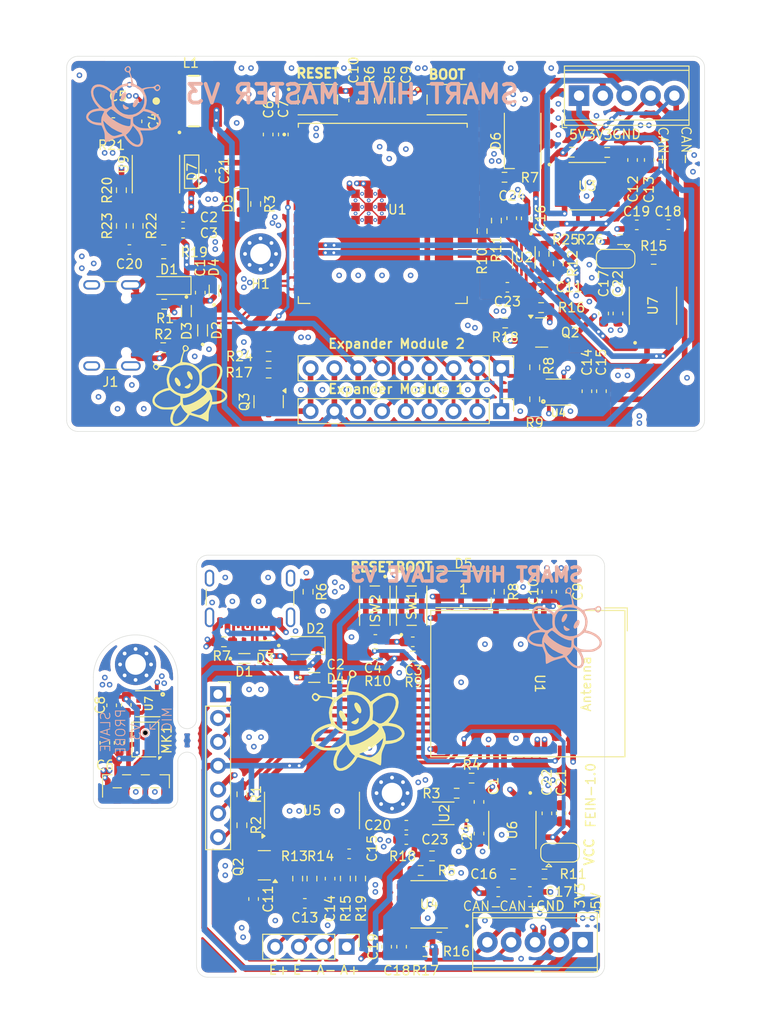
<source format=kicad_pcb>
(kicad_pcb (version 20240108) (generator "pcbnew") (generator_version "8.0")
  (layers (0 "F.Cu" signal) (31 "B.Cu" signal) (34 "B.Paste" user) (35 "F.Paste" user) (36 "B.SilkS" user "B.Silkscreen") (37 "F.SilkS" user "F.Silkscreen") (38 "B.Mask" user) (39 "F.Mask" user) (44 "Edge.Cuts" user))
  (net 0 "")
  (footprint "Resistor_SMD:R_0603_1608Metric_Pad0.98x0.95mm_HandSolder" (layer "F.Cu") (at 46.7185 54.036 180)
    (property "Reference" "R17")
    (property "Value" "10k")
  )
  (footprint "Jumper:SolderJumper-3_P1.3mm_Open_RoundedPad1.0x1.5mm" (layer "F.Cu") (at 83.7075 41.852 180)
    (property "Reference" "JP1" (hide yes))
    (property "Value" "SolderJumper_3_Open")
  )
  (footprint "Capacitor_SMD:C_0603_1608Metric_Pad1.08x0.95mm_HandSolder" (layer "F.Cu") (at 82.192 55.9675 90)
    (property "Reference" "C15")
    (property "Value" "1uF")
  )
  (footprint "Capacitor_SMD:C_0603_1608Metric_Pad1.08x0.95mm_HandSolder" (layer "F.Cu") (at 31.542 89.422472 -90)
    (property "Reference" "C7" (hide yes))
    (property "Value" "100nF")
  )
  (footprint "Capacitor_SMD:C_0603_1608Metric_Pad1.08x0.95mm_HandSolder" (layer "F.Cu") (at 82.429 47.686 -90)
    (property "Reference" "C17")
    (property "Value" "100nf")
  )
  (footprint "Capacitor_SMD:C_0603_1608Metric_Pad1.08x0.95mm_HandSolder" (layer "F.Cu") (at 72.629797 37.526 -90)
    (property "Reference" "C24")
    (property "Value" "1uf")
  )
  (footprint "Resistor_SMD:R_0603_1608Metric_Pad0.98x0.95mm_HandSolder" (layer "F.Cu") (at 77.603 42.352 90)
    (property "Reference" "R12")
    (property "Value" "4k7")
  )
  (footprint "LESD5D5.0CT1G:TVS_LESD5D5.0CT1G" (layer "F.Cu") (at 51.580938 86.494868)
    (property "Reference" "D4")
    (property "Value" "LESD5D5.0CT1G")
  )
  (footprint "Resistor_SMD:R_0603_1608Metric_Pad0.98x0.95mm_HandSolder" (layer "F.Cu") (at 82.812 30.512)
    (property "Reference" "R14" (hide yes))
    (property "Value" "R")
  )
  (footprint "LOGO" (layer "F.Cu") (at 56.189 91.073472)
    (property "Reference" "G***" (hide yes))
    (property "Value" "LOGO" (hide yes))
  )
  (footprint "L5987A:SOIC127P600X170-9N" (layer "F.Cu") (at 34.705 32.827 -90)
    (property "Reference" "U9")
    (property "Value" "L5987")
  )
  (footprint "Resistor_SMD:R_0603_1608Metric_Pad0.98x0.95mm_HandSolder" (layer "F.Cu") (at 72.78 107.456472 180)
    (property "Reference" "R12" (hide yes))
    (property "Value" "120")
  )
  (footprint "Resistor_SMD:R_0603_1608Metric_Pad0.98x0.95mm_HandSolder" (layer "F.Cu") (at 69.475 38.8995 -90)
    (property "Reference" "R10")
    (property "Value" "4k7")
  )
  (footprint "Resistor_SMD:R_0603_1608Metric_Pad0.98x0.95mm_HandSolder" (layer "F.Cu") (at 43.87 102.249472 90)
    (property "Reference" "R2")
    (property "Value" "4k7")
  )
  (footprint "LESD5D5.0CT1G:TVS_LESD5D5.0CT1G" (layer "F.Cu") (at 40.903796 45.262 90)
    (property "Reference" "D4")
    (property "Value" "LESD5D5.0CT1G")
  )
  (footprint "Resistor_SMD:R_0603_1608Metric_Pad0.98x0.95mm_HandSolder" (layer "F.Cu") (at 35.478796 51.337)
    (property "Reference" "R2")
    (property "Value" "5k1")
  )
  (footprint "Capacitor_SMD:C_0603_1608Metric_Pad1.08x0.95mm_HandSolder" (layer "F.Cu") (at 77.906 77.357472 90)
    (property "Reference" "C9")
    (property "Value" "100nF")
  )
  (footprint "RF_Module:ESP32-S2-MINI-1" (layer "F.Cu") (at 74.35 87.151472 -90)
    (property "Reference" "U1")
    (property "Value" "ESP32-S3-MINI-1")
  )
  (footprint "Capacitor_SMD:C_0603_1608Metric_Pad1.08x0.95mm_HandSolder" (layer "F.Cu") (at 37.5995 37.421)
    (property "Reference" "C2")
    (property "Value" "220nF")
  )
  (footprint "Capacitor_SMD:C_0603_1608Metric_Pad1.08x0.95mm_HandSolder" (layer "F.Cu") (at 85.513 31.318 90)
    (property "Reference" "C12")
    (property "Value" "1uf")
  )
  (footprint "Capacitor_SMD:C_0603_1608Metric_Pad1.08x0.95mm_HandSolder" (layer "F.Cu") (at 62.082 82.691472 180)
    (property "Reference" "C3")
    (property "Value" "100nF")
  )
  (footprint "Resistor_SMD:R_0603_1608Metric_Pad0.98x0.95mm_HandSolder" (layer "F.Cu") (at 63.428 115.711472)
    (property "Reference" "R17")
    (property "Value" "R")
  )
  (footprint "MountingHole:MountingHole_2.2mm_M2_Pad_Via" (layer "F.Cu") (at 45.853 41.336 180)
    (property "Reference" "H1")
    (property "Value" "MountingHole_Pad_MP")
  )
  (footprint "" (layer "F.Cu") (at 37.282 94.355472)
    (property "Reference" "")
    (property "Value" "")
  )
  (footprint "Resistor_SMD:R_0603_1608Metric_Pad0.98x0.95mm_HandSolder" (layer "F.Cu") (at 56.520511 107.931175 90)
    (property "Reference" "R19")
    (property "Value" "100")
  )
  (footprint "Connector_PinSocket_2.54mm:PinSocket_1x07_P2.54mm_Vertical" (layer "F.Cu") (at 41.33 88.279472)
    (property "Reference" "J3" (hide yes))
    (property "Value" "Conn_01x07_Socket")
  )
  (footprint "PTS810_SJM_250_SMTR_LFS:SW_PTS810_SJM_250_SMTR_LFS" (layer "F.Cu") (at 51.958 24.885)
    (property "Reference" "SW2" (hide yes))
    (property "Value" "PTS810_SJM_250_SMTR_LFS" (hide yes))
  )
  (footprint "Resistor_SMD:R_0603_1608Metric_Pad0.98x0.95mm_HandSolder" (layer "F.Cu") (at 35.583296 46.696)
    (property "Reference" "R1")
    (property "Value" "5k1")
  )
  (footprint "Resistor_SMD:R_0603_1608Metric_Pad0.98x0.95mm_HandSolder" (layer "F.Cu") (at 32.8 38.35 -90)
    (property "Reference" "R22")
    (property "Value" "47k")
  )
  (footprint "Package_TO_SOT_SMD:SOT-23" (layer "F.Cu") (at 75.8245 49.712)
    (property "Reference" "Q2")
    (property "Value" "AO3400A")
  )
  (footprint "TerminalBlock_Phoenix:TerminalBlock_Phoenix_MPT-0,5-5-2.54_1x05_P2.54mm_Horizontal" (layer "F.Cu") (at 80.192 114.725472 180)
    (property "Reference" "J2" (hide yes))
    (property "Value" "Conn_01x05_Pin")
  )
  (footprint "Resistor_SMD:R_0603_1608Metric_Pad0.98x0.95mm_HandSolder" (layer "F.Cu") (at 66.762 98.835472 180)
    (property "Reference" "R3")
    (property "Value" "4k7")
  )
  (footprint "" (layer "F.Cu") (at 38.782 92.855472)
    (property "Reference" "")
    (property "Value" "")
  )
  (footprint "Resistor_SMD:R_0603_1608Metric_Pad0.98x0.95mm_HandSolder" (layer "F.Cu") (at 79.037 30.487 180)
    (property "Reference" "R13" (hide yes))
    (property "Value" "R")
  )
  (footprint "Capacitor_SMD:C_0603_1608Metric_Pad1.08x0.95mm_HandSolder" (layer "F.Cu") (at 31.874771 40.875035)
    (property "Reference" "C20")
    (property "Value" "22nF")
  )
  (footprint "Resistor_SMD:R_0603_1608Metric_Pad0.98x0.95mm_HandSolder" (layer "F.Cu") (at 75.762 47.062)
    (property "Reference" "R16")
    (property "Value" "10k")
  )
  (footprint "Resistor_SMD:R_0603_1608Metric_Pad0.98x0.95mm_HandSolder" (layer "F.Cu") (at 71.862 33.162)
    (property "Reference" "R7")
    (property "Value" "0R")
  )
  (footprint "PTS810_SJM_250_SMTR_LFS:SW_PTS810_SJM_250_SMTR_LFS" (layer "F.Cu") (at 61.963 78.838472 90)
    (property "Reference" "SW1")
    (property "Value" "PTS810_SJM_250_SMTR_LFS")
  )
  (footprint "Capacitor_SMD:C_0603_1608Metric_Pad1.08x0.95mm_HandSolder" (layer "F.Cu") (at 51.084596 85.021852 180)
    (property "Reference" "C2")
    (property "Value" "10uf")
  )
  (footprint "Capacitor_SMD:C_0603_1608Metric_Pad1.08x0.95mm_HandSolder" (layer "F.Cu") (at 32.687035 27.200955 90)
    (property "Reference" "C4")
    (property "Value" "14pF")
  )
  (footprint "Capacitor_SMD:C_0603_1608Metric_Pad1.08x0.95mm_HandSolder" (layer "F.Cu") (at 77.906 100.979472 90)
    (property "Reference" "C21")
    (property "Value" "100nF")
  )
  (footprint "Capacitor_SMD:C_0603_1608Metric_Pad1.08x0.95mm_HandSolder" (layer "F.Cu") (at 72.1685 44.892)
    (property "Reference" "C23")
    (property "Value" "1uf")
  )
  (footprint "Resistor_SMD:R_0603_1608Metric_Pad0.98x0.95mm_HandSolder" (layer "F.Cu") (at 75.08 56.83 90)
    (property "Reference" "R9")
    (property "Value" "4k7")
  )
  (footprint "Capacitor_SMD:C_0603_1608Metric_Pad1.08x0.95mm_HandSolder" (layer "F.Cu") (at 50.575 110.581472)
    (property "Reference" "C13")
    (property "Value" "10uF")
  )
  (footprint "Capacitor_SMD:C_0603_1608Metric_Pad1.08x0.95mm_HandSolder" (layer "F.Cu") (at 40.547 32.4725 -90)
    (property "Reference" "C21")
    (property "Value" "22uF")
  )
  (footprint "Capacitor_SMD:C_0603_1608Metric_Pad1.08x0.95mm_HandSolder" (layer "F.Cu") (at 58.094 82.437472)
    (property "Reference" "C4")
    (property "Value" "1uF")
  )
  (footprint "WE-PD2_5848:WE-PD2_5848" (layer "F.Cu") (at 38.737 25.037)
    (property "Reference" "L1")
    (property "Value" "4.7uH")
  )
  (footprint "" (layer "F.Cu") (at 38.782 93.605472)
    (property "Reference" "")
    (property "Value" "")
  )
  (footprint "TCA9406DCUR:SOP50P310X90-8N" (layer "F.Cu") (at 65.333 100.979472 180)
    (property "Reference" "U2")
    (property "Value" "TCA9406DC")
  )
  (footprint "Resistor_SMD:R_0603_1608Metric_Pad0.98x0.95mm_HandSolder" (layer "F.Cu") (at 57.48 24.985 -90)
    (property "Reference" "R6")
    (property "Value" "10k")
  )
  (footprint "LESD5D5.0CT1G:TVS_LESD5D5.0CT1G" (layer "F.Cu") (at 44.132 84.469472)
    (property "Reference" "D1")
    (property "Value" "LESD5D5.0CT1G")
  )
  (footprint "Package_SO:SOP-16_3.9x9.9mm_P1.27mm" (layer "F.Cu") (at 51.337 100.675472 90)
    (property "Reference" "U5")
    (property "Value" "HX711")
  )
  (footprint "Resistor_SMD:R_0603_1608Metric_Pad0.98x0.95mm_HandSolder" (layer "F.Cu") (at 41.952 82.691472 180)
    (property "Reference" "R7")
    (property "Value" "5k1")
  )
  (footprint "Resistor_SMD:R_0603_1608Metric_Pad0.98x0.95mm_HandSolder" (layer "F.Cu") (at 71.936 48.696)
    (property "Reference" "R18")
    (property "Value" "220")
  )
  (footprint "Capacitor_SMD:C_0603_1608Metric_Pad1.08x0.95mm_HandSolder" (layer "F.Cu") (at 30.162 26.309)
    (property "Reference" "C5")
    (property "Value" "33nF")
  )
  (footprint "LESD5D5.0CT1G:TVS_LESD5D5.0CT1G" (layer "F.Cu") (at 37.953796 47.4245 -90)
    (property "Reference" "D3")
    (property "Value" "LESD5D5.0CT1G")
  )
  (footprint "Resistor_SMD:R_0603_1608Metric_Pad0.98x0.95mm_HandSolder" (layer "F.Cu") (at 84.187 39.812)
    (property "Reference" "R26")
    (property "Value" "R")
  )
  (footprint "Capacitor_SMD:C_0603_1608Metric_Pad1.08x0.95mm_HandSolder" (layer "F.Cu") (at 30.78 93.467572 -90)
    (property "Reference" "C5" (hide yes))
    (property "Value" "100nF")
  )
  (footprint "TerminalBlock_Phoenix:TerminalBlock_Phoenix_MPT-0,5-5-2.54_1x05_P2.54mm_Horizontal" (layer "F.Cu") (at 79.807 24.462)
    (property "Reference" "J2" (hide yes))
    (property "Value" "Conn_01x05_Pin")
  )
  (footprint "Connector_USB:USB_C_Receptacle_GCT_USB4105-xx-A_16P_TopMnt_Horizontal" (layer "F.Cu") (at 44.734 76.979472 180)
    (property "Reference" "J1" (hide yes))
    (property "Value" "USB_C_Receptacle_USB2.0_16P")
  )
  (footprint "" (layer "F.Cu") (at 38.782 94.355472)
    (property "Reference" "")
    (property "Value" "")
  )
  (footprint "Capacitor_SMD:C_0603_1608Metric_Pad1.08x0.95mm_HandSolder" (layer "F.Cu") (at 53.268 107.945472 -90)
    (property "Reference" "C14")
    (property "Value" "100nF")
  )
  (footprint "LESD5D5.0CT1G:TVS_LESD5D5.0CT1G" (layer "F.Cu") (at 46.294553 83.089173 180)
    (property "Reference" "D3")
    (property "Value" "LESD5D5.0CT1G")
  )
  (footprint "Resistor_SMD:R_0603_1608Metric_Pad0.98x0.95mm_HandSolder" (layer "F.Cu") (at 62.082 84.215472)
    (property "Reference" "R9")
    (property "Value" "10k")
  )
  (footprint "Sensor_Audio:InvenSense_ICS-43434-6_3.5x2.65mm" (layer "F.Cu") (at 33.574 93.105472 180)
    (property "Reference" "MK1")
    (property "Value" "ICS-43434")
  )
  (footprint "Capacitor_SMD:C_0603_1608Metric_Pad1.08x0.95mm_HandSolder" (layer "F.Cu") (at 80.645 55.9735 90)
    (property "Reference" "C14")
    (property "Value" "100nf")
  )
  (footprint "Capacitor_SMD:C_0603_1608Metric_Pad1.08x0.95mm_HandSolder" (layer "F.Cu") (at 74.558 109.320972)
    (property "Reference" "C17")
    (property "Value" "30pF")
  )
  (footprint "SN65HVD230:SOIC127P599X175-8N" (layer "F.Cu") (at 72.699 102.757472 -90)
    (property "Reference" "U6")
    (property "Value" "SN65HVD230")
  )
  (footprint "Resistor_SMD:R_0603_1608Metric_Pad0.98x0.95mm_HandSolder" (layer "F.Cu") (at 46.7185 52.258)
    (property "Reference" "R24")
    (property "Value" "220")
  )
  (footprint "Package_TO_SOT_SMD:SOT-23" (layer "F.Cu") (at 46.257 106.517472 180)
    (property "Reference" "Q2")
    (property "Value" "PNP")
  )
  (footprint "Capacitor_SMD:C_0603_1608Metric_Pad1.08x0.95mm_HandSolder" (layer "F.Cu") (at 55.78 24.9725 90)
    (property "Reference" "C10")
    (property "Value" "100nF")
  )
  (footprint "Connector_PinHeader_1.00mm:PinHeader_1x07_P1.00mm_Vertical_SMD_Pin1Left" (layer "F.Cu") (at 32.574 97.564472 90)
    (property "Reference" "J5" (hide yes))
    (property "Value" "Conn_01x07_Socket")
  )
  (footprint "Capacitor_SMD:C_0603_1608Metric_Pad1.08x0.95mm_HandSolder" (layer "F.Cu") (at 76.382 100.979472 90)
    (property "Reference" "C22")
    (property "Value" "1uF")
  )
  (footprint "Resistor_SMD:R_0805_2012Metric_Pad1.20x1.40mm_HandSolder" (layer "F.Cu") (at 35.531732 41.108943)
    (property "Reference" "R19")
    (property "Value" "400k")
  )
  (footprint "Resistor_SMD:R_0603_1608Metric_Pad0.98x0.95mm_HandSolder" (layer "F.Cu") (at 31.022 38.35 -90)
    (property "Reference" "R23")
    (property "Value" "10k")
  )
  (footprint "Capacitor_SMD:C_0603_1608Metric_Pad1.08x0.95mm_HandSolder" (layer "F.Cu") (at 45.114 110.113472 -90)
    (property "Reference" "C11")
    (property "Value" "10uF")
  )
  (footprint "Capacitor_SMD:C_0603_1608Metric_Pad1.08x0.95mm_HandSolder" (layer "F.Cu") (at 46.667 28.602 90)
    (property "Reference" "C6")
    (property "Value" "10uf")
  )
  (footprint "Connector_USB:USB_C_Receptacle_GCT_USB4105-xx-A_16P_TopMnt_Horizontal" (layer "F.Cu") (at 28.930796 48.956 -90)
    (property "Reference" "J1")
    (property "Value" "USB_C_Receptacle_USB2.0_16P")
  )
  (footprint "" (layer "F.Cu") (at 38.782 92.105472)
    (property "Reference" "")
    (property "Value" "")
  )
  (footprint "Capacitor_SMD:C_0603_1608Metric_Pad1.08x0.95mm_HandSolder" (layer "F.Cu") (at 29.98 89.463472 -90)
    (property "Reference" "C8")
    (property "Value" "1uF")
  )
  (footprint "Capacitor_SMD:C_0603_1608Metric_Pad1.08x0.95mm_HandSolder" (layer "F.Cu") (at 55.3 105.297472 180)
    (property "Reference" "C15")
    (property "Value" "u1F")
  )
  (footprint "Resistor_SMD:R_0603_1608Metric_Pad0.98x0.95mm_HandSolder" (layer "F.Cu") (at 76.079 41.336 90)
    (property "Reference" "R25")
    (property "Value" "4k7")
  )
  (footprint "PTS810_SJM_250_SMTR_LFS:SW_PTS810_SJM_250_SMTR_LFS" (layer "F.Cu") (at 58.035 78.838472 -90)
    (property "Reference" "SW2")
    (property "Value" "PTS810_SJM_250_SMTR_LFS")
  )
  (footprint "LED_SMD:LED_SK6812MINI_PLCC4_3.5x3.5mm_P1.75mm" (layer "F.Cu") (at 67.492 77.103472)
    (property "Reference" "D5")
    (property "Value" "SK6812MINI")
  )
  (footprint "MountingHole:MountingHole_2.2mm_M2_Pad_Via" (layer "F.Cu") (at 59.872 98.820472)
    (property "Reference" "H1" (hide yes))
    (property "Value" "MountingHole_Pad_MP")
  )
  (footprint "Resistor_SMD:R_0603_1608Metric_Pad0.98x0.95mm_HandSolder" (layer "F.Cu") (at 76.128 107.456472)
    (property "Reference" "R11")
    (property "Value" "R")
  )
  (footprint "Resistor_SMD:R_0603_1608Metric_Pad0.98x0.95mm_HandSolder" (layer "F.Cu") (at 45.337 36.012 90)
    (property "Reference" "R3")
    (property "Value" "75")
  )
  (footprint "Resistor_SMD:R_0603_1608Metric_Pad0.98x0.95mm_HandSolder" (layer "F.Cu") (at 31.022 34.54 90)
    (property "Reference" "R20")
    (property "Value" "10k")
  )
  (footprint "Capacitor_SMD:C_0603_1608Metric_Pad1.08x0.95mm_HandSolder" (layer "F.Cu") (at 75.571 44.892)
    (property "Reference" "C11")
    (property "Value" "100nF")
  )
  (footprint "Capacitor_SMD:C_0603_1608Metric_Pad1.08x0.95mm_HandSolder" (layer "F.Cu") (at 83.953 47.686 -90)
    (property "Reference" "C22")
    (property "Value" "1uF")
  )
  (footprint "BME280:PSON65P250X250X100-8N" (layer "F.Cu") (at 33.828 89.295472)
    (property "Reference" "U7")
    (property "Value" "BME280")
  )
  (footprint "Capacitor_SMD:C_0603_1608Metric_Pad1.08x0.95mm_HandSolder" (layer "F.Cu") (at 59.294 115.203472 -90)
    (property "Reference" "C19")
    (property "Value" "100nF")
  )
  (footprint "Connector_PinHeader_2.54mm:PinHeader_1x04_P2.54mm_Vertical" (layer "F.Cu") (at 55.036 115.203472 -90)
    (property "Reference" "J4" (hide yes))
    (property "Value" "Conn_01x04_Socket")
  )
  (footprint "Capacitor_SMD:C_0603_1608Metric_Pad1.08x0.95mm_HandSolder" (layer "F.Cu") (at 69.143 103.138472 -90)
    (property "Reference" "C24")
    (property "Value" "u1F")
  )
  (footprint "Capacitor_SMD:C_0603_1608Metric_Pad1.08x0.95mm_HandSolder" (layer "F.Cu") (at 69.143 99.762972 -90)
    (property "Reference" "C1")
    (property "Value" "100nF")
  )
  (footprint "Capacitor_SMD:C_0603_1608Metric_Pad1.08x0.95mm_HandSolder" (layer "F.Cu") (at 39.428796 45.462 -90)
    (property "Reference" "C1")
    (property "Value" "10uf")
  )
  (footprint "" (layer "F.Cu") (at 37.282 92.105472)
    (property "Reference" "")
    (property "Value" "")
  )
  (footprint "BME280:PSON65P250X250X100-8N" (layer "F.Cu") (at 77.597 56.0655 180)
    (property "Reference" "U4")
    (property "Value" "BME280")
  )
  (footprint "Resistor_SMD:R_0603_1608Metric_Pad0.98x0.95mm_HandSolder" (layer "F.Cu") (at 70.999 37.78 -90)
    (property "Reference" "R11")
    (property "Value" "4k7")
  )
  (footprint "Capacitor_SMD:C_0603_1608Metric_Pad1.08x0.95mm_HandSolder" (layer "F.Cu") (at 48.282 28.602 90)
    (property "Reference" "C7")
    (property "Value" "100nF")
  )
  (footprint "Capacitor_SMD:C_0603_1608Metric_Pad1.08x0.95mm_HandSolder" (layer "F.Cu") (at 29.256 93.467572 -90)
    (property "Reference" "C6")
    (property "Value" "1uF")
  )
  (footprint "Resistor_SMD:R_0603_1608Metric_Pad0.98x0.95mm_HandSolder" (layer "F.Cu") (at 51.337 107.937972 90)
    (property "Reference" "R14")
    (property "Value" "8k2")
  )
  (footprint "Resistor_SMD:R_0603_1608Metric_Pad0.98x0.95mm_HandSolder" (layer "F.Cu") (at 87.762 41.912)
    (property "Reference" "R15")
    (property "Value" "120")
  )
  (footprint "Resistor_SMD:R_0603_1608Metric_Pad0.98x0.95mm_HandSolder" (layer "F.Cu") (at 64.9095 114.187472 180)
    (property "Reference" "R16")
    (property "Value" "R")
  )
  (footprint "Capacitor_SMD:C_0603_1608Metric_Pad1.08x0.95mm_HandSolder" (layer "F.Cu") (at 60.888 115.203472 -90)
    (property "Reference" "C18")
    (property "Value" "1uf")
  )
  (footprint "P82B715D:SOIC127P599X175-8N" (layer "F.Cu") (at 80.687 34.112)
    (property "Reference" "U3")
    (property "Value" "P82B715D")
  )
  (footprint "Resistor_SMD:R_0603_1608Metric_Pad0.98x0.95mm_HandSolder" (layer "F.Cu") (at 43.87 98.947472 90)
    (property "Reference" "R1")
    (property "Value" "4k7")
  )
  (footprint "Resistor_SMD:R_0603_1608Metric_Pad0.98x0.95mm_HandSolder" (layer "F.Cu") (at 64.129829 105.520925)
    (property "Reference" "R18")
    (property "Value" "4k7")
  )
  (footprint "Capacitor_SMD:C_0603_1608Metric_Pad1.08x0.95mm_HandSolder" (layer "F.Cu") (at 61.396 102.249472 180)
    (property "Reference" "C20")
    (property "Value" "u1F")
  )
  (footprint "PTS810_SJM_250_SMTR_LFS:SW_PTS810_SJM_250_SMTR_LFS" (layer "F.Cu") (at 65.708 24.885)
    (property "Reference" "SW1" (hide yes))
    (property "Value" "PTS810_SJM_250_SMTR_LFS" (hide yes))
  )
  (footprint "Diode_SMD:Nexperia_CFP3_SOD-123W" (layer "F.Cu") (at 36.180796 44.706 180)
    (property "Reference" "D1")
    (property "Value" "1N5819")
  )
  (footprint "Capacitor_SMD:C_0603_1608Metric_Pad1.08x0.95mm_HandSolder" (layer "F.Cu") (at 37.5995 39.112)
    (property "Reference" "C3")
    (property "Value" "10uF")
  )
  (footprint "Resistor_SMD:R_0603_1608Metric_Pad0.98x0.95mm_HandSolder" (layer "F.Cu") (at 75.08 53.4245 -90)
    (property "Reference" "R8")
    (property "Value" "4k7")
  )
  (footprint "Diode_SMD:Nexperia_CFP3_SOD-123W" (layer "F.Cu") (at 50.474 83.085472 180)
    (property "Reference" "D2")
    (property "Value" "1N5819")
  )
  (footprint "" (layer "F.Cu") (at 37.282 93.605472)
    (property "Reference" "")
    (property "Value" "")
  )
  (footprint "Resistor_SMD:R_0805_2012Metric_Pad1.20x1.40mm_HandSolder" (layer "F.Cu") (at 29.971231 28.086832 180)
    (property "Reference" "R21")
    (property "Value" "100k")
  )
  (footprint "Capacitor_SMD:C_0603_1608Metric_Pad1.08x0.95mm_HandSolder" (layer "F.Cu") (at 87.291 31.318 90)
    (property "Reference" "C13")
    (property "Value" "100nF")
  )
  (footprint "Resistor_SMD:R_0603_1608Metric_Pad0.98x0.95mm_HandSolder" (layer "F.Cu") (at 50.922 77.355472 90)
    (property "Reference" "R6")
    (property "Value" "5k1")
  )
  (footprint "Capacitor_SMD:C_0603_1608Metric_Pad1.08x0.95mm_HandSolder" (layer "F.Cu") (at 61.396 103.773472)
    (property "Reference" "C23")
    (property "Value" "100nF")
  )
  (footprint "LED_SMD:LED_SK6812MINI_PLCC4_3.5x3.5mm_P1.75mm" (layer "F.Cu") (at 73.793 29.285 -90)
    (property "Reference" "D6")
    (property "Value" "SK6812MINI")
  )
  (footprint "Capacitor_SMD:C_0603_1608Metric_Pad1.08x0.95mm_HandSolder" (layer "F.Cu") (at 89.337 38.212)
    (property "Reference" "C18")
    (property "Value" "30pF")
  )
  (footprint "Capacitor_SMD:C_0603_1608Metric_Pad1.08x0.95mm_HandSolder" (layer "F.Cu") (at 74.177 37.542 -90)
    (property "Reference" "C16")
    (property "Value" "100nF")
  )
  (footprint "MountingHole:MountingHole_2.2mm_M2_Pad_Via" (layer "F.Cu") (at 32.532 85.105472)
    (property "Reference" "H2" (hide yes))
    (property "Value" "MountingHole_Pad_MP")
  )
  (footprint "Capacitor_SMD:C_0603_1608Metric_Pad1.08x0.95mm_HandSolder" (layer "F.Cu") (at 71.192 109.355472 180)
    (property "Reference" "C16")
    (property "Value" "30pF")
  )
  (footprint "LED_SMD:LED_0603_1608Metric_Pad1.05x0.95mm_HandSolder" (layer "F.Cu") (at 43.787 36.012 -90)
    (property "Reference" "D5")
    (property "Value" "PWRLED")
  )
  (footprint "Package_TO_SOT_SMD:SOT-23" (layer "F.Cu") (at 46.7185 57.084 -90)
    (property "Reference" "Q3")
    (property "Value" "AO3400A")
  )
  (footprint "Resistor_SMD:R_0603_1608Metric_Pad0.98x0.95mm_HandSolder" (layer "F.Cu") (at 49.813 107.937972 90)
    (property "Reference" "R13")
    (property "Value" "20k")
  )
  (footprint "PMEG2010AEH:SOD-123" (layer "F.Cu") (at 38.515 32.573 -90)
    (property "Reference" "D7")
    (property "Value" "D_Schottky")
  )
  (footprint "P82B715D:SOIC127P599X175-8N" (layer "F.Cu") (at 63.827 110.685472 180)
    (property "Reference" "U4")
    (property "Value" "P82B715D")
  )
  (footprint "Resistor_SMD:R_0603_1608Metric_Pad0.98x0.95mm_HandSolder" (layer "F.Cu") (at 59.646 24.985 -90)
    (property "Reference" "R5")
    (property "Value" "10k")
  )
  (footprint "Jumper:SolderJumper-3_P1.3mm_Open_RoundedPad1.0x1.5mm" (layer "F.Cu") (at 77.779 105.170472)
    (property "Reference" "JP1" (hide yes))
    (property "Value" "SolderJumper_3_Open")
  )
  (footprint "SN65HVD230:SOIC127P599X175-8N" (layer "F.Cu") (at 87.687 46.862 90)
    (property "Reference" "U7")
    (property "Value" "SN65HVD230")
  )
  (footprint "LOGO" (layer "F.Cu") (at 38.287 55.362)
    (property "Reference" "G***" (hide yes))
    (property "Value" "LOGO" (hide yes))
  )
  (footprint "Capacitor_SMD:C_0603_1608Metric_Pad1.08x0.95mm_HandSolder" (layer "F.Cu") (at 61.368 24.985 90)
    (property "Reference" "C9")
    (property "Value" "100nF")
  )
  (footprint "Capacitor_SMD:C_0603_1608Metric_Pad1.08x0.95mm_HandSolder" (layer "F.Cu") (at 85.962 38.237 180)
    (property "Reference" "C19")
    (property "Value" "30pF")
  )
  (footprint "Connector_PinHeader_2.54mm:PinHeader_1x09_P2.54mm_Vertical" (layer "F.Cu") (at 71.507 58.1 -90)
    (property "Reference" "J5" (hide yes))
    (property "Value" "Conn_01x09_Pin")
  )
  (footprint "Capacitor_SMD:C_0603_1608Metric_Pad1.08x0.95mm_HandSolder" (layer "F.Cu") (at 76.382 77.357472 90)
    (property "Reference" "C10")
    (property "Value" "10uf")
  )
  (footprint "Resistor_SMD:R_0603_1608Metric_Pad0.98x0.95mm_HandSolder" (layer "F.Cu") (at 58.094 83.961472 180)
    (property "Reference" "R10")
    (property "Value" "10k")
  )
  (footprint "Resistor_SMD:R_0603_1608Metric_Pad0.98x0.95mm_HandSolder" (layer "F.Cu") (at 71.302 77.357472 90)
    (property "Reference" "R8")
    (property "Value" "0R")
  )
  (footprint "Resistor_SMD:R_0603_1608Metric_Pad0.98x0.95mm_HandSolder" (layer "F.Cu") (at 54.898441 107.93054 90)
    (property "Reference" "R15")
    (property "Value" "100")
  )
  (footprint "Resistor_SMD:R_0603_1608Metric_Pad0.98x0.95mm_HandSolder" (layer "F.Cu") (at 62.92 107.075472)
    (property "Reference" "R5")
    (property "Value" "4k7")
  )
  (footprint "Resistor_SMD:R_0603_1608Metric_Pad0.98x0.95mm_HandSolder" (layer "F.Cu") (at 68.352 97.225472 180)
    (property "Reference" "R4")
    (property "Value" "4k7")
  )
  (footprint "Connector_PinHeader_2.54mm:PinHeader_1x09_P2.54mm_Vertical" (layer "F.Cu") (at 71.507 53.528 -90)
    (property "Reference" "J6" (hide yes))
    (property "Value" "Conn_01x09_Pin")
  )
  (footprint "TCA9406DCUR:SOP50P310X90-8N" (layer "F.Cu") (at 73.92 41.7055 -90)
    (property "Reference" "U2")
    (property "Value" "TCA9406DC")
  )
  (footprint "LESD5D5.0CT1G:TVS_LESD5D5.0CT1G" (layer "F.Cu") (at 39.678796 49.487 90)
    (property "Reference" "D2")
    (property "Value" "LESD5D5.0CT1G")
  )
  (footprint "ESP32-S3-WROOM-1U:XCVR_ESP32-S3-WROOM-1U" (layer "F.Cu") (at 58.882 37.012)
    (property "Reference" "U1")
    (property "Value" "ESP32-S3-WROOM-1U")
  )
  (footprint "" (layer "F.Cu") (at 37.282 92.855472)
    (property "Reference" "")
    (property "Value" "")
  )
  (footprint "LOGO" (layer "B.Cu") (at 78.282 81.205472 180)
    (property "Reference" "G***" (hide yes))
    (property "Value" "LOGO" (hide yes))
  )
  (footprint "LOGO" (layer "B.Cu") (at 31.287 25.612 180)
    (property "Reference" "G***" (hide yes))
    (property "Value" "LOGO" (hide yes))
  )
  (gr_line (start 35.067 90.995472) (end 34.067 91.995472) (stroke (width 0.1)) (layer "B.SilkS"))
  (gr_line (start 34.067 91.995472) (end 34.067 91.495472) (stroke (width 0.1)) (layer "B.SilkS"))
  (gr_circle (center 33.582 92.405472) (end 33.932 92.405472) (stroke (width 0.1)) (fill none) (layer "B.SilkS"))
  (gr_line (start 34.067 91.995472) (end 34.617 91.995472) (stroke (width 0.1)) (layer "B.SilkS"))
  (gr_line (start 37.032 90.955472) (end 37.032 86.455472) (stroke (width 0.05)) (layer "Edge.Cuts"))
  (gr_arc (start 26.387 60.262) (mid 25.538472 59.910528) (end 25.187 59.062) (stroke (width 0.05)) (layer "Edge.Cuts"))
  (gr_arc (start 37.032 99.455472) (mid 36.733381 100.168259) (end 36.01587 100.455342) (stroke (width 0.05)) (layer "Edge.Cuts"))
  (gr_line (start 93.187 59.062) (end 93.187 21.460528) (stroke (width 0.05)) (layer "Edge.Cuts"))
  (gr_arc (start 81.332 73.455472) (mid 82.180528 73.806944) (end 82.532 74.655472) (stroke (width 0.05)) (layer "Edge.Cuts"))
  (gr_arc (start 91.987 20.260528) (mid 92.835522 20.612006) (end 93.187 21.460528) (stroke (width 0.05)) (layer "Edge.Cuts"))
  (gr_arc (start 93.187 59.062) (mid 92.835528 59.910528) (end 91.987 60.262) (stroke (width 0.05)) (layer "Edge.Cuts"))
  (gr_line (start 40.232 73.455472) (end 81.332 73.455472) (stroke (width 0.05)) (layer "Edge.Cuts"))
  (gr_arc (start 28.032 86.455472) (mid 32.532 81.955472) (end 37.032 86.455472) (stroke (width 0.05)) (layer "Edge.Cuts"))
  (gr_line (start 39.032 117.255472) (end 39.032 95.455472) (stroke (width 0.05)) (layer "Edge.Cuts"))
  (gr_arc (start 39.032 90.955472) (mid 38.032 91.955472) (end 37.032 90.955472) (stroke (width 0.05)) (layer "Edge.Cuts"))
  (gr_arc (start 37.032 95.455472) (mid 38.032 94.455472) (end 39.032 95.455472) (stroke (width 0.05)) (layer "Edge.Cuts"))
  (gr_line (start 28.032 86.455472) (end 28.032 99.455472) (stroke (width 0.05)) (layer "Edge.Cuts"))
  (gr_arc (start 82.532 117.255472) (mid 82.180528 118.104) (end 81.332 118.455472) (stroke (width 0.05)) (layer "Edge.Cuts"))
  (gr_line (start 29.032 100.455472) (end 36.015868 100.455472) (stroke (width 0.05)) (layer "Edge.Cuts"))
  (gr_arc (start 29.032 100.455472) (mid 28.324893 100.162579) (end 28.032 99.455472) (stroke (width 0.05)) (layer "Edge.Cuts"))
  (gr_line (start 37.032 95.455472) (end 37.032 99.455472) (stroke (width 0.05)) (layer "Edge.Cuts"))
  (gr_arc (start 39.032 74.655473) (mid 39.383472 73.806944) (end 40.232 73.455472) (stroke (width 0.05)) (layer "Edge.Cuts"))
  (gr_line (start 26.387 60.262) (end 91.987 60.262) (stroke (width 0.05)) (layer "Edge.Cuts"))
  (gr_line (start 82.532 74.655472) (end 82.532 117.255472) (stroke (width 0.05)) (layer "Edge.Cuts"))
  (gr_line (start 39.032 90.955472) (end 39.032 74.655473) (stroke (width 0.05)) (layer "Edge.Cuts"))
  (gr_line (start 91.987 20.260528) (end 26.387 20.262) (stroke (width 0.05)) (layer "Edge.Cuts"))
  (gr_arc (start 25.187 21.462) (mid 25.538472 20.613472) (end 26.387 20.262) (stroke (width 0.05)) (layer "Edge.Cuts"))
  (gr_line (start 25.187 59.062) (end 25.187 21.462) (stroke (width 0.05)) (layer "Edge.Cuts"))
  (gr_arc (start 40.232 118.455472) (mid 39.383472 118.104) (end 39.032 117.255472) (stroke (width 0.05)) (layer "Edge.Cuts"))
  (gr_line (start 81.332 118.455472) (end 40.232 118.455472) (stroke (width 0.05)) (layer "Edge.Cuts"))
  (gr_text "SMART HIVE MASTER V3" (at 73.587 25.462 0) (layer "B.SilkS") (effects (font (size 2 2) (thickness 0.4) (bold yes)) (justify left bottom mirror)))
  (gr_text "MIC" (at 36.472 89.565472 90) (layer "B.SilkS") (effects (font (size 1 1) (thickness 0.1)) (justify left bottom mirror)))
  (gr_text "SLAVE\nPROBE\nV3" (at 33.132 92.305472 90) (layer "B.SilkS") (effects (font (size 1 1) (thickness 0.1)) (justify bottom mirror)))
  (gr_text "SMART HIVE SLAVE V3" (at 80.452 76.415472 0) (layer "B.SilkS") (effects (font (size 1.5 1.5) (thickness 0.375) (bold yes)) (justify left bottom mirror)))
  (gr_text "CAN-" (at 90.637 27.612 -90) (layer "F.SilkS") (effects (font (size 1 1) (thickness 0.125)) (justify left bottom)))
  (gr_text "CAN+" (at 88.187 27.662 -90) (layer "F.SilkS") (effects (font (size 1 1) (thickness 0.125)) (justify left bottom)))
  (gr_text "RESET" (at 49.536 22.667 0) (layer "F.SilkS") (effects (font (size 1 1) (thickness 0.25) (bold yes)) (justify left bottom)))
  (gr_text "CAN+" (at 71.232 111.455472 0) (layer "F.SilkS") (effects (font (size 1 1) (thickness 0.125)) (justify left bottom)))
  (gr_text "CAN-" (at 67.332 111.455472 0) (layer "F.SilkS") (effects (font (size 1 1) (thickness 0.125)) (justify left bottom)))
  (gr_text "Expander Module 1\n" (at 52.965 56.322 0) (layer "F.SilkS") (effects (font (size 1 1) (thickness 0.2) (bold yes)) (justify left bottom)))
  (gr_text "A-" (at 51.732 118.255472 0) (layer "F.SilkS") (effects (font (size 1 1)) (justify left bottom)))
  (gr_text "VCC" (at 81.482 106.655472 90) (layer "F.SilkS") (effects (font (size 1 1) (thickness 0.2) (bold yes)) (justify left bottom)))
  (gr_text "A+" (at 54.232 118.255472 0) (layer "F.SilkS") (effects (font (size 1 1)) (justify left bottom)))
  (gr_text "BOOT" (at 63.633 22.794 0) (layer "F.SilkS") (effects (font (size 1 1) (thickness 0.25) (bold yes)) (justify left bottom)))
  (gr_text "5V" (at 78.637 29.212 0) (layer "F.SilkS") (effects (font (size 1 1) (thickness 0.15) (bold yes)) (justify left bottom)))
  (gr_text "RESET" (at 55.3 75.325472 0) (layer "F.SilkS") (effects (font (size 1 1) (thickness 0.25) (bold yes)) (justify left bottom)))
  (gr_text "3V3" (at 80.492 111.215472 90) (layer "F.SilkS") (effects (font (size 1 1) (thickness 0.15) (bold yes)) (justify left bottom)))
  (gr_text "3V3" (at 80.537 29.212 0) (layer "F.SilkS") (effects (font (size 1 1) (thickness 0.15) (bold yes)) (justify left bottom)))
  (gr_text "5V" (at 82.212 111.315472 90) (layer "F.SilkS") (effects (font (size 1 1) (thickness 0.15) (bold yes)) (justify left bottom)))
  (gr_text "BOOT" (at 60.126 75.325472 0) (layer "F.SilkS") (effects (font (size 1 1) (thickness 0.25) (bold yes)) (justify left bottom)))
  (gr_text "FEIN-1.0" (at 81.632 102.605472 90) (layer "F.SilkS") (effects (font (size 1 1) (thickness 0.15) (bold yes)) (justify left bottom)))
  (gr_text "E+" (at 46.633949 118.255472 0) (layer "F.SilkS") (effects (font (size 1 1)) (justify left bottom)))
  (gr_text "Expander Module 2" (at 52.965 51.496 0) (layer "F.SilkS") (effects (font (size 1 1) (thickness 0.2) (bold yes)) (justify left bottom)))
  (gr_text "GND" (at 83.237 29.162 0) (layer "F.SilkS") (effects (font (size 1 1) (thickness 0.15) (bold yes)) (justify left bottom)))
  (gr_text "E-" (at 49.204 118.255472 0) (layer "F.SilkS") (effects (font (size 1 1)) (justify left bottom)))
  (gr_text "GND" (at 75.132 111.445472 0) (layer "F.SilkS") (effects (font (size 1 1) (thickness 0.15) (bold yes)) (justify left bottom)))
  (segment (start 32.858 88.320472) (end 31.7815 88.320472) (width 0.4) (layer "F.Cu") (net 0))
  (segment (start 32.610796 48.706) (end 32.612796 48.708) (width 0.254) (layer "F.Cu") (net 0))
  (segment (start 82.302 33.477) (end 83.157 33.477) (width 0.4) (layer "F.Cu") (net 0))
  (segment (start 87.052 52.497) (end 87.052 49.332) (width 0.6) (layer "F.Cu") (net 0))
  (segment (start 32.771 48.204) (end 43.613618 48.204) (width 0.254) (layer "F.Cu") (net 0))
  (segment (start 64.8 80.151472) (end 63.936 80.151472) (width 0.6) (layer "F.Cu") (net 0))
  (segment (start 63.633 23.81) (end 62.639 23.81) (width 0.6) (layer "F.Cu") (net 0))
  (segment (start 88.322 44.197) (end 88.312 44.187) (width 0.4) (layer "F.Cu") (net 0))
  (segment (start 64.912 113.549472) (end 65.968 114.605472) (width 0.4) (layer "F.Cu") (net 0))
  (segment (start 47.134 81.717472) (end 47.1955 81.778972) (width 0.6) (layer "F.Cu") (net 0))
  (segment (start 80.613 45.616) (end 81.236371 45.616) (width 0.6) (layer "F.Cu") (net 0))
  (segment (start 87.052 49.72941) (end 87.052 49.332) (width 0.2) (layer "F.Cu") (net 0))
  (segment (start 77.631294 55.7405) (end 78.567 55.7405) (width 0.4) (layer "F.Cu") (net 0))
  (segment (start 51.187 53.528) (end 51.187 58.1) (width 0.6) (layer "F.Cu") (net 0))
  (segment (start 58.9565 82.437472) (end 58.9565 81.066972) (width 0.6) (layer "F.Cu") (net 0))
  (segment (start 32.610796 46.556) (end 33.30919 46.556) (width 0.6) (layer "F.Cu") (net 0))
  (segment (start 75.08 57.575) (end 75.08 57.7425) (width 0.4) (layer "F.Cu") (net 0))
  (segment (start 70.95 97.325472) (end 71.377874 97.753346) (width 0.6) (layer "F.Cu") (net 0))
  (segment (start 45.484 79.981352) (end 45.23712 79.734472) (width 0.3) (layer "F.Cu") (net 0))
  (segment (start 78.567 57.0405) (end 77.631294 57.0405) (width 0.4) (layer "F.Cu") (net 0))
  (segment (start 35.574 98.439472) (end 35.910059 98.103413) (width 0.4) (layer "F.Cu") (net 0))
  (segment (start 63.809 87.390472) (end 64.048 87.151472) (width 0.3) (layer "F.Cu") (net 0))
  (segment (start 72.487 50.612) (end 74.837 50.612) (width 0.6) (layer "F.Cu") (net 0))
  (segment (start 71.8 94.151472) (end 71.8 94.873472) (width 0.6) (layer "F.Cu") (net 0))
  (segment (start 78.217 34.747) (end 79.201999 34.747) (width 0.4) (layer "F.Cu") (net 0))
  (segment (start 70.95 94.151472) (end 70.95 97.325472) (width 0.6) (layer "F.Cu") (net 0))
  (segment (start 48.774 36.387) (end 48.774 35.68) (width 0.3) (layer "F.Cu") (net 0))
  (segment (start 62.742 115.787472) (end 63.541 116.586472) (width 0.4) (layer "F.Cu") (net 0))
  (segment (start 88.487 38.2245) (end 88.4745 38.212) (width 0.6) (layer "F.Cu") (net 0))
  (segment (start 32.8 28.17642) (end 32.687035 28.063455) (width 0.6) (layer "F.Cu") (net 0))
  (segment (start 46.954553 83.089173) (end 46.954553 83.998025) (width 0.6) (layer "F.Cu") (net 0))
  (segment (start 69.143 101.106472) (end 69.27 100.979472) (width 0.6) (layer "F.Cu") (net 0))
  (segment (start 77.017 103.519472) (end 77.271 103.519472) (width 0.6) (layer "F.Cu") (net 0))
  (segment (start 85.787 51.387) (end 83.637 51.387) (width 0.6) (layer "F.Cu") (net 0))
  (segment (start 76.762 49.712) (end 78.962 49.712) (width 0.6) (layer "F.Cu") (net 0))
  (segment (start 68.967 53.528) (end 68.967 58.1) (width 0.4) (layer "F.Cu") (net 0))
  (segment (start 32.858 88.320472) (end 33.793706 88.320472) (width 0.4) (layer "F.Cu") (net 0))
  (segment (start 31.037 33.6125) (end 31.022 33.6275) (width 0.6) (layer "F.Cu") (net 0))
  (segment (start 45.2349 84.120572) (end 49.0128 87.898472) (width 0.3) (layer "F.Cu") (net 0))
  (segment (start 66.297 110.050472) (end 65.312001 110.050472) (width 0.4) (layer "F.Cu") (net 0))
  (segment (start 63.018 99.473512) (end 63.018 100.505472) (width 0.3) (layer "F.Cu") (net 0))
  (segment (start 47.934 80.659472) (end 47.934 81.040472) (width 0.6) (layer "F.Cu") (net 0))
  (segment (start 32.858 89.620472) (end 32.503706 89.620472) (width 0.4) (layer "F.Cu") (net 0))
  (segment (start 37.953796 46.7645) (end 36.564296 46.7645) (width 0.6) (layer "F.Cu") (net 0))
  (segment (start 32.610796 47.706) (end 33.660796 47.706) (width 0.3) (layer "F.Cu") (net 0))
  (segment (start 34.357371 93.647472) (end 33.905371 93.195472) (width 0.6) (layer "F.Cu") (net 0))
  (segment (start 68.967 53.528) (end 71.3565 55.9175) (width 0.4) (layer "F.Cu") (net 0))
  (segment (start 47.592618 44.225) (end 48.623999 44.225) (width 0.254) (layer "F.Cu") (net 0))
  (segment (start 77.187 22.862) (end 82.062 22.862) (width 0.6) (layer "F.Cu") (net 0))
  (segment (start 69.073 96.350472) (end 70.1 95.323472) (width 0.4) (layer "F.Cu") (net 0))
  (segment (start 65.8495 99.017972) (end 64.688 100.179472) (width 0.4) (layer "F.Cu") (net 0))
  (segment (start 37.580796 44.706) (end 37.580796 43.878204) (width 0.6) (layer "F.Cu") (net 0))
  (segment (start 69.143 109.488472) (end 70.1965 109.488472) (width 0.6) (layer "F.Cu") (net 0))
  (segment (start 55.8425 25.8975) (end 55.78 25.835) (width 0.304) (layer "F.Cu") (net 0))
  (segment (start 75.358 45.867) (end 72.281 45.867) (width 0.6) (layer "F.Cu") (net 0))
  (segment (start 73.67 40.3005) (end 73.67 38.8925) (width 0.3) (layer "F.Cu") (net 0))
  (segment (start 62.2585 102.249472) (end 62.2585 102.227832) (width 0.3) (layer "F.Cu") (net 0))
  (segment (start 82.4075 41.852) (end 82.4075 46.802) (width 0.6) (layer "F.Cu") (net 0))
  (segment (start 72.6265 40.066) (end 70.999 38.4385) (width 0.3) (layer "F.Cu") (net 0))
  (segment (start 55.337 33.812) (end 55.337 34.277) (width 0.6) (layer "F.Cu") (net 0))
  (segment (start 49.22005 87.390472) (end 63.809 87.390472) (width 0.3) (layer "F.Cu") (net 0))
  (segment (start 63.928 101.729472) (end 64.063 101.864472) (width 0.3) (layer "F.Cu") (net 0))
  (segment (start 62.057 47.092) (end 65.102 50.137) (width 0.4) (layer "F.Cu") (net 0))
  (segment (start 75.461 109.361472) (end 75.4205 109.320972) (width 0.6) (layer "F.Cu") (net 0))
  (segment (start 62.091 105.364472) (end 63.060876 105.364472) (width 0.6) (layer "F.Cu") (net 0))
  (segment (start 47.801382 44.729) (end 48.623999 44.729) (width 0.254) (layer "F.Cu") (net 0))
  (segment (start 88.322 42.2645) (end 88.322 44.392) (width 0.6) (layer "F.Cu") (net 0))
  (segment (start 53.727 58.1) (end 53.727 53.528) (width 0.6) (layer "F.Cu") (net 0))
  (segment (start 39.844 113.171472) (end 44.258 117.585472) (width 0.6) (layer "F.Cu") (net 0))
  (segment (start 50.914334 86.501472) (end 50.920938 86.494868) (width 0.6) (layer "F.Cu") (net 0))
  (segment (start 55.707 48.660233) (end 60.057 53.010233) (width 0.4) (layer "F.Cu") (net 0))
  (segment (start 68.4 94.601472) (end 67.201 95.800472) (width 0.3) (layer "F.Cu") (net 0))
  (segment (start 75.207 37.218) (end 75.193 37.232) (width 0.6) (layer "F.Cu") (net 0))
  (segment (start 29.987 21.512) (end 40.145019 21.512) (width 0.6) (layer "F.Cu") (net 0))
  (segment (start 37.580796 43.878204) (end 37.997 43.462) (width 0.6) (layer "F.Cu") (net 0))
  (segment (start 61.347 53.528) (end 61.347 51.462) (width 0.4) (layer "F.Cu") (net 0))
  (segment (start 81.301 37.474346) (end 81.301 37.728) (width 0.4) (layer "F.Cu") (net 0))
  (segment (start 67.746 101.566332) (end 67.746 102.757472) (width 0.3) (layer "F.Cu") (net 0))
  (segment (start 41.0395 82.691472) (end 40.568 82.691472) (width 0.6) (layer "F.Cu") (net 0))
  (segment (start 31.231796 47.40688) (end 32.082676 46.556) (width 0.3) (layer "F.Cu") (net 0))
  (segment (start 41.33 95.899472) (end 40.314 95.899472) (width 0.6) (layer "F.Cu") (net 0))
  (segment (start 77.652 114.065472) (end 77.652 114.725472) (width 0.6) (layer "F.Cu") (net 0))
  (segment (start 88.787 52.237) (end 88.777 52.247) (width 0.4) (layer "F.Cu") (net 0))
  (segment (start 31.0245 26.309) (end 32.65758 26.309) (width 0.6) (layer "F.Cu") (net 0))
  (segment (start 57.382 36.322) (end 57.382 36.293752) (width 0.15) (layer "F.Cu") (net 0))
  (segment (start 77.603 39.304) (end 74.428 39.304) (width 0.3) (layer "F.Cu") (net 0))
  (segment (start 67.632 45.112) (end 66.282 45.112) (width 0.6) (layer "F.Cu") (net 0))
  (segment (start 65.6 94.951472) (end 61.548 94.951472) (width 0.4) (layer "F.Cu") (net 0))
  (segment (start 79.176 95.493072) (end 79.176 94.527472) (width 0.6) (layer "F.Cu") (net 0))
  (segment (start 76.128 93.105472) (end 76.128 94.073472) (width 0.6) (layer "F.Cu") (net 0))
  (segment (start 78.921294 56.3905) (end 79.212 56.099794) (width 0.4) (layer "F.Cu") (net 0))
  (segment (start 33.512796 48.962408) (end 33.512796 49.553) (width 0.254) (layer "F.Cu") (net 0))
  (segment (start 31.582 98.335472) (end 31.574 98.343472) (width 0.5) (layer "F.Cu") (net 0))
  (segment (start 72.523 36.6635) (end 74.301 36.6635) (width 0.6) (layer "F.Cu") (net 0))
  (segment (start 36.61 30.352) (end 38.144 30.352) (width 0.6) (layer "F.Cu") (net 0))
  (segment (start 76.07 78.895472) (end 76.05 78.915472) (width 0.6) (layer "F.Cu") (net 0))
  (segment (start 64.8 88.851472) (end 41.902 88.851472) (width 0.4) (layer "F.Cu") (net 0))
  (segment (start 64.77 94.121472) (end 64.8 94.151472) (width 0.6) (layer "F.Cu") (net 0))
  (segment (start 49.7125 110.581472) (end 49.7125 112.906972) (width 0.4) (layer "F.Cu") (net 0))
  (segment (start 65.85 94.151472) (end 65.85 94.701472) (width 0.4) (layer "F.Cu") (net 0))
  (segment (start 70.03 39.605) (end 68.059 39.605) (width 0.3) (layer "F.Cu") (net 0))
  (segment (start 66.176 50.737) (end 68.967 53.528) (width 0.4) (layer "F.Cu") (net 0))
  (segment (start 29.98 88.600972) (end 30.0775 88.503472) (width 0.4) (layer "F.Cu") (net 0))
  (segment (start 37.580796 44.706) (end 37.266296 44.3915) (width 0.6) (layer "F.Cu") (net 0))
  (segment (start 69.8795 37.987) (end 70.999 36.8675) (width 0.6) (layer "F.Cu") (net 0))
  (segment (start 71.302 76.444972) (end 69.7685 77.978472) (width 0.6) (layer "F.Cu") (net 0))
  (segment (start 37.979 42.482) (end 37.979 41.792) (width 0.6) (layer "F.Cu") (net 0))
  (segment (start 33.793706 88.320472) (end 34.443706 88.970472) (width 0.4) (layer "F.Cu") (net 0))
  (segment (start 50.132 31.142) (end 51.482 31.142) (width 0.6) (layer "F.Cu") (net 0))
  (segment (start 46.892 97.175473) (end 48.168001 95.899472) (width 0.6) (layer "F.Cu") (net 0))
  (segment (start 68.06 23.81) (end 71.785 27.535) (width 0.6) (layer "F.Cu") (net 0))
  (segment (start 31.705 98.308472) (end 31.705 96.812472) (width 0.5) (layer "F.Cu") (net 0))
  (segment (start 32.610796 45.211) (end 32.035796 44.636) (width 0.6) (layer "F.Cu") (net 0))
  (segment (start 31.782 96.735472) (end 31.782 93.900472) (width 0.5) (layer "F.Cu") (net 0))
  (segment (start 79.9495 32.729499) (end 79.9495 30.487) (width 0.4) (layer "F.Cu") (net 0))
  (segment (start 86.287 53.262) (end 87.052 52.497) (width 0.6) (layer "F.Cu") (net 0))
  (segment (start 50.132 41.302) (end 50.222 41.212) (width 0.4) (layer "F.Cu") (net 0))
  (segment (start 40.799796 44.706) (end 40.903796 44.602) (width 0.6) (layer "F.Cu") (net 0))
  (segment (start 29.5415 24.826) (end 31.0245 26.309) (width 0.6) (layer "F.Cu") (net 0))
  (segment (start 49.941705 92.251472) (end 41.33 100.863177) (width 0.4) (layer "F.Cu") (net 0))
  (segment (start 76.627 55.0905) (end 75.8335 55.0905) (width 0.4) (layer "F.Cu") (net 0))
  (segment (start 75.366 93.985472) (end 75.2 94.151472) (width 0.6) (layer "F.Cu") (net 0))
  (segment (start 79.201999 33.477) (end 79.9495 32.729499) (width 0.4) (layer "F.Cu") (net 0))
  (segment (start 58.807 53.528) (end 54.437 49.158) (width 0.4) (layer "F.Cu") (net 0))
  (segment (start 72.064 112.693472) (end 70.032 114.725472) (width 0.6) (layer "F.Cu") (net 0))
  (segment (start 81.301 35.618001) (end 81.301 37.474346) (width 0.4) (layer "F.Cu") (net 0))
  (segment (start 48.623999 44.729) (end 49.006999 45.112) (width 0.254) (layer "F.Cu") (net 0))
  (segment (start 61.548 94.951472) (end 61.512 94.915472) (width 0.4) (layer "F.Cu") (net 0))
  (segment (start 32.574 95.773472) (end 33.574 94.773472) (width 0.5) (layer "F.Cu") (net 0))
  (segment (start 74.7085 44.765) (end 74.717451 44.765) (width 0.3) (layer "F.Cu") (net 0))
  (segment (start 75.937 29.766) (end 75.937 22.862) (width 0.6) (layer "F.Cu") (net 0))
  (segment (start 49.813 108.850472) (end 49.813 110.480972) (width 0.4) (layer "F.Cu") (net 0))
  (segment (start 65.8495 98.835472) (end 65.8495 99.017972) (width 0.4) (layer "F.Cu") (net 0))
  (segment (start 30.78 95.442072) (end 30.78 95.137472) (width 0.6) (layer "F.Cu") (net 0))
  (segment (start 74.301 35.748) (end 73.793 35.24) (width 0.6) (layer "F.Cu") (net 0))
  (segment (start 31.542 88.559972) (end 30.021 88.559972) (width 0.4) (layer "F.Cu") (net 0))
  (segment (start 40.44 25.877) (end 40.44 31.503) (width 0.6) (layer "F.Cu") (net 0))
  (segment (start 66.7 94.7) (end 66.7 94.151472) (width 0.4) (layer "F.Cu") (net 0))
  (segment (start 60.126 84.469472) (end 60.9155 84.469472) (width 0.6) (layer "F.Cu") (net 0))
  (segment (start 87.2645 32.207) (end 87.291 32.1805) (width 0.6) (layer "F.Cu") (net 0))
  (segment (start 54.937 23.962) (end 55.632 23.962) (width 0.6) (layer "F.Cu") (net 0))
  (segment (start 45.3195 104.747972) (end 45.3195 106.517472) (width 0.6) (layer "F.Cu") (net 0))
  (segment (start 74.792 117.585472) (end 77.652 114.725472) (width 0.6) (layer "F.Cu") (net 0))
  (segment (start 77.453397 55.918397) (end 77.631294 55.7405) (width 0.4) (layer "F.Cu") (net 0))
  (segment (start 31.542 90.486072) (end 31.542 91.843072) (width 0.6) (layer "F.Cu") (net 0))
  (segment (start 48.988 85.015472) (end 49.6295 85.015472) (width 0.6) (layer "F.Cu") (net 0))
  (segment (start 68.8585 100.729472) (end 69.27 100.317972) (width 0.3) (layer "F.Cu") (net 0))
  (segment (start 82.683 38.1845) (end 77.346 43.5215) (width 0.6) (layer "F.Cu") (net 0))
  (segment (start 31.574 98.439472) (end 31.705 98.308472) (width 0.5) (layer "F.Cu") (net 0))
  (segment (start 65.968 115.711472) (end 66.222 115.965472) (width 0.4) (layer "F.Cu") (net 0))
  (segment (start 79.687 38.212) (end 77.5985 40.3005) (width 0.4) (layer "F.Cu") (net 0))
  (segment (start 82.1775 55.0905) (end 82.192 55.105) (width 0.4) (layer "F.Cu") (net 0))
  (segment (start 49.813 110.480972) (end 49.7125 110.581472) (width 0.4) (layer "F.Cu") (net 0))
  (segment (start 68.116 50.137) (end 71.507 53.528) (width 0.4) (layer "F.Cu") (net 0))
  (segment (start 78.881 80.070472) (end 78.881 77.469972) (width 0.6) (layer "F.Cu") (net 0))
  (segment (start 36.61 35.302) (end 36.61 37.294) (width 0.6) (layer "F.Cu") (net 0))
  (segment (start 37.979 41.792) (end 37.979 41.142) (width 0.6) (layer "F.Cu") (net 0))
  (segment (start 58.9565 81.066972) (end 59.11 80.913472) (width 0.6) (layer "F.Cu") (net 0))
  (segment (start 74.17 43.1105) (end 74.17 44.3535) (width 0.3) (layer "F.Cu") (net 0))
  (segment (start 70.613 38.8245) (end 67.6945 38.8245) (width 0.3) (layer "F.Cu") (net 0))
  (segment (start 75.587001 41.332) (end 74.817 42.102001) (width 0.4) (layer "F.Cu") (net 0))
  (segment (start 32.910795 52.455999) (end 35.087 52.455999) (width 0.6) (layer "F.Cu") (net 0))
  (segment (start 72.9355 40.066) (end 72.6265 40.066) (width 0.3) (layer "F.Cu") (net 0))
  (segment (start 75.2 76.175472) (end 75.2 80.151472) (width 0.4) (layer "F.Cu") (net 0))
  (segment (start 37.979 40.354) (end 36.737 39.112) (width 0.6) (layer "F.Cu") (net 0))
  (segment (start 64.912 109.650471) (end 64.912 103.015472) (width 0.4) (layer "F.Cu") (net 0))
  (segment (start 63.823218 87.898472) (end 63.926218 88.001472) (width 0.3) (layer "F.Cu") (net 0))
  (segment (start 34.062 35.31) (end 34.07 35.302) (width 0.6) (layer "F.Cu") (net 0))
  (segment (start 63.217329 105.520925) (end 63.217329 105.865643) (width 0.6) (layer "F.Cu") (net 0))
  (segment (start 54.185 23.962) (end 54.033 23.81) (width 0.6) (layer "F.Cu") (net 0))
  (segment (start 75.063 38.288) (end 74.2745 38.288) (width 0.6) (layer "F.Cu") (net 0))
  (segment (start 77.75 94.887072) (end 77.75 94.151472) (width 0.4) (layer "F.Cu") (net 0))
  (segment (start 77.0405 107.456472) (end 76.479 106.894972) (width 0.6) (layer "F.Cu") (net 0))
  (segment (start 36.61 30.352) (end 36.61 25.897) (width 0.6) (layer "F.Cu") (net 0))
  (segment (start 55.782 106.280164) (end 56.520511 107.018675) (width 0.4) (layer "F.Cu") (net 0))
  (segment (start 81.705 46.084629) (end 81.705 46.0995) (width 0.6) (layer "F.Cu") (net 0))
  (segment (start 64.8 92.251472) (end 49.941705 92.251472) (width 0.4) (layer "F.Cu") (net 0))
  (segment (start 58.722 33.812) (end 58.782 33.872) (width 0.6) (layer "F.Cu") (net 0))
  (segment (start 41.598 90.551472) (end 41.33 90.819472) (width 0.4) (layer "F.Cu") (net 0))
  (segment (start 75.8335 55.0905) (end 75.08 54.337) (width 0.4) (layer "F.Cu") (net 0))
  (segment (start 32.771 48.708) (end 43.822382 48.708) (width 0.254) (layer "F.Cu") (net 0))
  (segment (start 37.997 43.462) (end 37.997 42.5) (width 0.6) (layer "F.Cu") (net 0))
  (segment (start 74.985 103.519472) (end 77.017 103.519472) (width 0.6) (layer "F.Cu") (net 0))
  (segment (start 45.3195 104.611472) (end 43.87 103.161972) (width 0.6) (layer "F.Cu") (net 0))
  (segment (start 31.022 35.4525) (end 27.603 32.0335) (width 0.6) (layer "F.Cu") (net 0))
  (segment (start 59.5145 84.469472) (end 59.0065 83.961472) (width 0.6) (layer "F.Cu") (net 0))
  (segment (start 32.5644 92.605072) (end 32.774 92.395472) (width 0.6) (layer "F.Cu") (net 0))
  (segment (start 83.7075 43.202) (end 84.8975 44.392) (width 0.6) (layer "F.Cu") (net 0))
  (segment (start 72.316 54.337) (end 71.507 53.528) (width 0.4) (layer "F.Cu") (net 0))
  (segment (start 76.05 78.551972) (end 76.05 78.915472) (width 0.6) (layer "F.Cu") (net 0))
  (segment (start 60.057 56.85) (end 58.807 58.1) (width 0.4) (layer "F.Cu") (net 0))
  (segment (start 81.8995 30.512) (end 81.8995 29.9895) (width 0.4) (layer "F.Cu") (net 0))
  (segment (start 49.883 25.96) (end 54.033 25.96) (width 0.6) (layer "F.Cu") (net 0))
  (segment (start 74.668 31.035) (end 75.207 31.574) (width 0.6) (layer "F.Cu") (net 0))
  (segment (start 68.792 115.965472) (end 70.032 114.725472) (width 0.4) (layer "F.Cu") (net 0))
  (segment (start 76.333 44.892) (end 75.358 45.867) (width 0.6) (layer "F.Cu") (net 0))
  (segment (start 44.886 84.469472) (end 45.2349 84.120572) (width 0.3) (layer "F.Cu") (net 0))
  (segment (start 30.78 95.137472) (end 30.78 94.330072) (width 0.6) (layer "F.Cu") (net 0))
  (segment (start 79.9495 30.487) (end 79.9495 30.3535) (width 0.4) (layer "F.Cu") (net 0))
  (segment (start 45.345 30.9185) (end 45.345 33.862) (width 0.6) (layer "F.Cu") (net 0))
  (segment (start 51.4375 113.721972) (end 49.956 115.203472) (width 0.4) (layer "F.Cu") (net 0))
  (segment (start 85.0075 39.904) (end 85.0995 39.812) (width 0.6) (layer "F.Cu") (net 0))
  (segment (start 56.9775 116.065972) (end 60.888 116.065972) (width 0.6) (layer "F.Cu") (net 0))
  (segment (start 32.8 39.2625) (end 32.8 40.812306) (width 0.6) (layer "F.Cu") (net 0))
  (segment (start 71.81 94.883472) (end 71.81 96.153472) (width 0.6) (layer "F.Cu") (net 0))
  (segment (start 64.8 90.551472) (end 41.598 90.551472) (width 0.4) (layer "F.Cu") (net 0))
  (segment (start 66.918858 96.350472) (end 65.831773 97.437557) (width 0.4) (layer "F.Cu") (net 0))
  (segment (start 86.8495 41.912) (end 86.8495 38.262) (width 0.6) (layer "F.Cu") (net 0))
  (segment (start 80.4385 57.0425) (end 80.645 56.836) (width 0.4) (layer "F.Cu") (net 0))
  (segment (start 51.947096 86.201026) (end 52.240938 86.494868) (width 0.6) (layer "F.Cu") (net 0))
  (segment (start 58.247 47.092) (end 63.887 52.732) (width 0.4) (layer "F.Cu") (net 0))
  (segment (start 50.222 41.212) (end 52.772997 41.212) (width 0.6) (layer "F.Cu") (net 0))
  (segment (start 52.002 106.005472) (end 52.002 103.205472) (width 0.4) (layer "F.Cu") (net 0))
  (segment (start 62.639 23.81) (end 62.262 24.187) (width 0.6) (layer "F.Cu") (net 0))
  (segment (start 47.1945 105.567472) (end 48.162 104.599972) (width 0.4) (layer "F.Cu") (net 0))
  (segment (start 43.613618 48.204) (end 47.592618 44.225) (width 0.254) (layer "F.Cu") (net 0))
  (segment (start 33.574 98.439472) (end 33.666 98.347472) (width 0.4) (layer "F.Cu") (net 0))
  (segment (start 86.8245 38.237) (end 89.362 35.6995) (width 0.6) (layer "F.Cu") (net 0))
  (segment (start 67.746 101.566332) (end 67.40914 101.229472) (width 0.3) (layer "F.Cu") (net 0))
  (segment (start 64.112 50.737) (end 66.176 50.737) (width 0.4) (layer "F.Cu") (net 0))
  (segment (start 40.662 22.028981) (end 40.662 25.037) (width 0.6) (layer "F.Cu") (net 0))
  (segment (start 75.2155 109.115972) (end 75.4205 109.320972) (width 0.6) (layer "F.Cu") (net 0))
  (segment (start 47.69738 78.267972) (end 50.922 78.267972) (width 0.3) (layer "F.Cu") (net 0))
  (segment (start 76.4335 44.892) (end 76.333 44.892) (width 0.6) (layer "F.Cu") (net 0))
  (segment (start 45.484 80.659472) (end 45.484 79.981352) (width 0.3) (layer "F.Cu") (net 0))
  (segment (start 44.984 80.659472) (end 44.984 83.869672) (width 0.3) (layer "F.Cu") (net 0))
  (segment (start 79.3 102.627472) (end 79.3 112.417472) (width 0.6) (layer "F.Cu") (net 0))
  (segment (start 32.610796 51.356) (end 32.082676 51.356) (width 0.3) (layer "F.Cu") (net 0))
  (segment (start 76.479 106.894972) (end 76.479 105.170472) (width 0.6) (layer "F.Cu") (net 0))
  (segment (start 67.465972 96.350472) (end 66.918858 96.350472) (width 0.4) (layer "F.Cu") (net 0))
  (segment (start 64.8 77.967472) (end 64.698 77.865472) (width 0.6) (layer "F.Cu") (net 0))
  (segment (start 48.6895 29.872) (end 48.282 29.4645) (width 0.6) (layer "F.Cu") (net 0))
  (segment (start 76.687 48.637) (end 76.687 47.0745) (width 0.6) (layer "F.Cu") (net 0))
  (segment (start 33.359796 49.706) (end 32.610796 49.706) (width 0.254) (layer "F.Cu") (net 0))
  (segment (start 77.346 43.5215) (end 76.079 43.5215) (width 0.6) (layer "F.Cu") (net 0))
  (segment (start 49.0128 87.898472) (end 63.823218 87.898472) (width 0.3) (layer "F.Cu") (net 0))
  (segment (start 78.567 55.0905) (end 82.1775 55.0905) (width 0.4) (layer "F.Cu") (net 0))
  (segment (start 31.574 98.439472) (end 31.655 98.358472) (width 0.4) (layer "F.Cu") (net 0))
  (segment (start 32.610796 48.706) (end 33.256388 48.706) (width 0.254) (layer "F.Cu") (net 0))
  (segment (start 83.087 53.262) (end 86.287 53.262) (width 0.6) (layer "F.Cu") (net 0))
  (segment (start 82.302 40.066) (end 83.0205 40.066) (width 0.6) (layer "F.Cu") (net 0))
  (segment (start 64.19 115.203472) (end 64.19 115.560972) (width 0.6) (layer "F.Cu") (net 0))
  (segment (start 63.018 100.505472) (end 63.242 100.729472) (width 0.3) (layer "F.Cu") (net 0))
  (segment (start 27.603 25.646) (end 28.423 24.826) (width 0.6) (layer "F.Cu") (net 0))
  (segment (start 68.8845 100.317972) (end 67.656773 99.090245) (width 0.6) (layer "F.Cu") (net 0))
  (segment (start 78.217 33.477) (end 79.201999 33.477) (width 0.4) (layer "F.Cu") (net 0))
  (segment (start 65.85 94.701472) (end 65.6 94.951472) (width 0.4) (layer "F.Cu") (net 0))
  (segment (start 71.3565 55.9175) (end 75.08 55.9175) (width 0.4) (layer "F.Cu") (net 0))
  (segment (start 54.0955 25.8975) (end 54.033 25.96) (width 0.6) (layer "F.Cu") (net 0))
  (segment (start 28.423 24.826) (end 29.5415 24.826) (width 0.6) (layer "F.Cu") (net 0))
  (segment (start 63.887 52.732) (end 63.887 53.528) (width 0.4) (layer "F.Cu") (net 0))
  (segment (start 49.712 85.739472) (end 48.988 85.015472) (width 0.6) (layer "F.Cu") (net 0))
  (segment (start 55.707 46.362) (end 55.707 48.660233) (width 0.4) (layer "F.Cu") (net 0))
  (segment (start 73.67 40.3005) (end 73.67 43.1105) (width 0.3) (layer "F.Cu") (net 0))
  (segment (start 65.831773 97.437557) (end 65.831773 98.54244) (width 0.4) (layer "F.Cu") (net 0))
  (segment (start 54.512 103.175472) (end 54.512 106.631599) (width 0.4) (layer "F.Cu") (net 0))
  (segment (start 75.112 114.725472) (end 75.112 113.298472) (width 0.6) (layer "F.Cu") (net 0))
  (segment (start 68.6895 46.362) (end 71.0235 48.696) (width 0.4) (layer "F.Cu") (net 0))
  (segment (start 62.6374 110.050472) (end 61.82512 110.050472) (width 0.4) (layer "F.Cu") (net 0))
  (segment (start 67.632 28.602) (end 71.851 28.602) (width 0.6) (layer "F.Cu") (net 0))
  (segment (start 55.982 37.717) (end 55.982 37.722) (width 0.15) (layer "F.Cu") (net 0))
  (segment (start 72.7745 33.162) (end 72.7745 31.1785) (width 0.4) (layer "F.Cu") (net 0))
  (segment (start 76.05 78.915472) (end 76.05 80.151472) (width 0.6) (layer "F.Cu") (net 0))
  (segment (start 32.8 35.302) (end 31.1725 35.302) (width 0.6) (layer "F.Cu") (net 0))
  (segment (start 74.428 39.304) (end 74.17 39.562) (width 0.3) (layer "F.Cu") (net 0))
  (segment (start 37.979 40.512) (end 37.979 40.354) (width 0.6) (layer "F.Cu") (net 0))
  (segment (start 88.487 41.7245) (end 88.487 38.2245) (width 0.6) (layer "F.Cu") (net 0))
  (segment (start 68.3145 96.350472) (end 69.073 96.350472) (width 0.4) (layer "F.Cu") (net 0))
  (segment (start 43.984 80.659472) (end 43.984 81.337592) (width 0.3) (layer "F.Cu") (net 0))
  (segment (start 78.921294 55.0905) (end 78.567 55.0905) (width 0.4) (layer "F.Cu") (net 0))
  (segment (start 33.935296 50.706) (end 34.566296 51.337) (width 0.2) (layer "F.Cu") (net 0))
  (segment (start 48.43 107.467472) (end 49.813 108.850472) (width 0.4) (layer "F.Cu") (net 0))
  (segment (start 53.242 107.056972) (end 53.268 107.082972) (width 0.4) (layer "F.Cu") (net 0))
  (segment (start 75.08 55.9175) (end 75.257 55.7405) (width 0.4) (layer "F.Cu") (net 0))
  (segment (start 81.8995 29.9895) (end 87.427 24.462) (width 0.4) (layer "F.Cu") (net 0))
  (segment (start 79.537 49.712) (end 83.087 53.262) (width 0.6) (layer "F.Cu") (net 0))
  (segment (start 88.6745 41.912) (end 88.322 42.2645) (width 0.6) (layer "F.Cu") (net 0))
  (segment (start 49.712 86.501472) (end 49.712 85.739472) (width 0.6) (layer "F.Cu") (net 0))
  (segment (start 44.821 81.584472) (end 44.984 81.421472) (width 0.3) (layer "F.Cu") (net 0))
  (segment (start 31.7815 88.320472) (end 31.542 88.559972) (width 0.4) (layer "F.Cu") (net 0))
  (segment (start 75.08 54.337) (end 72.316 54.337) (width 0.4) (layer "F.Cu") (net 0))
  (segment (start 63.926218 88.001472) (end 64.8 88.001472) (width 0.3) (layer "F.Cu") (net 0))
  (segment (start 63.887 53.528) (end 63.887 58.1) (width 0.4) (layer "F.Cu") (net 0))
  (segment (start 42.984 82.571972) (end 42.984 80.659472) (width 0.3) (layer "F.Cu") (net 0))
  (segment (start 51.212 40.137) (end 50.237 40.137) (width 0.6) (layer "F.Cu") (net 0))
  (segment (start 74.301 36.6635) (end 74.301 35.748) (width 0.6) (layer "F.Cu") (net 0))
  (segment (start 34.062 40.5245) (end 34.062 35.31) (width 0.6) (layer "F.Cu") (net 0))
  (segment (start 51.972 97.175473) (end 51.972 98.175472) (width 0.4) (layer "F.Cu") (net 0))
  (segment (start 64.063 101.864472) (end 64.104829 101.906301) (width 0.4) (layer "F.Cu") (net 0))
  (segment (start 67.238 78.881472) (end 67.238 77.857472) (width 0.6) (layer "F.Cu") (net 0))
  (segment (start 75.2155 107.456472) (end 75.2155 109.115972) (width 0.6) (layer "F.Cu") (net 0))
  (segment (start 73.334 105.227472) (end 73.334 113.963472) (width 0.6) (layer "F.Cu") (net 0))
  (segment (start 36.2525 40.7775) (end 35.34 39.865) (width 0.6) (layer "F.Cu") (net 0))
  (segment (start 77.631294 55.511322) (end 77.631294 55.7405) (width 0.4) (layer "F.Cu") (net 0))
  (segment (start 28.971231 27.808731) (end 28.971231 26.637269) (width 0.6) (layer "F.Cu") (net 0))
  (segment (start 49.712 86.501472) (end 50.914334 86.501472) (width 0.6) (layer "F.Cu") (net 0))
  (segment (start 40.44 23.015) (end 40.44 25.877) (width 0.6) (layer "F.Cu") (net 0))
  (segment (start 50.702 106.390472) (end 51.337 107.025472) (width 0.4) (layer "F.Cu") (net 0))
  (segment (start 30.78 92.605072) (end 32.5644 92.605072) (width 0.6) (layer "F.Cu") (net 0))
  (segment (start 63.25686 101.229472) (end 63.928 101.229472) (width 0.3) (layer "F.Cu") (net 0))
  (segment (start 38.144 30.352) (end 38.515 30.723) (width 0.6) (layer "F.Cu") (net 0))
  (segment (start 54.898441 108.84304) (end 54.898441 112.801031) (width 0.4) (layer "F.Cu") (net 0))
  (segment (start 33.685796 46.179394) (end 33.685796 45.801) (width 0.6) (layer "F.Cu") (net 0))
  (segment (start 77.459 55.339028) (end 77.459 54.891) (width 0.4) (layer "F.Cu") (net 0))
  (segment (start 27.603 32.0335) (end 27.603 25.646) (width 0.6) (layer "F.Cu") (net 0))
  (segment (start 56.57 116.473472) (end 56.9775 116.065972) (width 0.6) (layer "F.Cu") (net 0))
  (segment (start 33.30919 46.556) (end 33.685796 46.179394) (width 0.6) (layer "F.Cu") (net 0))
  (segment (start 73.334 113.963472) (end 72.572 114.725472) (width 0.6) (layer "F.Cu") (net 0))
  (segment (start 77.779 104.027472) (end 77.779 105.170472) (width 0.6) (layer "F.Cu") (net 0))
  (segment (start 89.362 26.397) (end 87.427 24.462) (width 0.6) (layer "F.Cu") (net 0))
  (segment (start 51.847716 84.922472) (end 51.947096 85.021852) (width 0.6) (layer "F.Cu") (net 0))
  (segment (start 68.065972 95.750472) (end 67.465972 96.350472) (width 0.4) (layer "F.Cu") (net 0))
  (segment (start 46.892 103.175472) (end 45.3195 104.747972) (width 0.6) (layer "F.Cu") (net 0))
  (segment (start 74.604 100.160472) (end 74.731 100.287472) (width 0.4) (layer "F.Cu") (net 0))
  (segment (start 51.4375 110.581472) (end 51.4375 113.721972) (width 0.4) (layer "F.Cu") (net 0))
  (segment (start 32.610796 45.756) (end 32.610796 45.211) (width 0.6) (layer "F.Cu") (net 0))
  (segment (start 45.345 35.0915) (end 45.337 35.0995) (width 0.6) (layer "F.Cu") (net 0))
  (segment (start 82.337 50.087) (end 81.887 49.637) (width 0.4) (layer "F.Cu") (net 0))
  (segment (start 82.172001 34.747) (end 81.301 35.618001) (width 0.4) (layer "F.Cu") (net 0))
  (segment (start 29.102 96.407472) (end 29.102 97.015472) (width 0.6) (layer "F.Cu") (net 0))
  (segment (start 67.7205 25.8975) (end 67.783 25.96) (width 0.4) (layer "F.Cu") (net 0))
  (segment (start 68.059 39.605) (end 67.632 40.032) (width 0.3) (layer "F.Cu") (net 0))
  (segment (start 69.143 102.275972) (end 69.143 101.106472) (width 0.6) (layer "F.Cu") (net 0))
  (segment (start 49.7125 112.906972) (end 47.416 115.203472) (width 0.4) (layer "F.Cu") (net 0))
  (segment (start 88.6745 41.912) (end 88.487 41.7245) (width 0.6) (layer "F.Cu") (net 0))
  (segment (start 63.936 94.121472) (end 64.77 94.121472) (width 0.6) (layer "F.Cu") (net 0))
  (segment (start 35.34 39.865) (end 35.34 35.302) (width 0.6) (layer "F.Cu") (net 0))
  (segment (start 47.934 84.215472) (end 48.188 84.215472) (width 0.6) (layer "F.Cu") (net 0))
  (segment (start 33.503 89.979766) (end 33.212294 90.270472) (width 0.4) (layer "F.Cu") (net 0))
  (segment (start 87.052 44.222) (end 87.062 44.212) (width 0.4) (layer "F.Cu") (net 0))
  (segment (start 43.8245 36.9245) (end 43.787 36.887) (width 0.6) (layer "F.Cu") (net 0))
  (segment (start 76.9 80.151472) (end 78.8 80.151472) (width 0.6) (layer "F.Cu") (net 0))
  (segment (start 78.18 53.9675) (end 78.18 54.7035) (width 0.4) (layer "F.Cu") (net 0))
  (segment (start 48.162 104.599972) (end 48.162 103.175472) (width 0.4) (layer "F.Cu") (net 0))
  (segment (start 61.492 94.935472) (end 54.212001 94.935472) (width 0.4) (layer "F.Cu") (net 0))
  (segment (start 55.337 34.277) (end 55.982 34.922) (width 0.6) (layer "F.Cu") (net 0))
  (segment (start 60.787 47.412) (end 64.112 50.737) (width 0.4) (layer "F.Cu") (net 0))
  (segment (start 69.27 100.317972) (end 68.8845 100.317972) (width 0.6) (layer "F.Cu") (net 0))
  (segment (start 69.25 95.261472) (end 68.761 95.750472) (width 0.4) (layer "F.Cu") (net 0))
  (segment (start 62.2585 105.196972) (end 62.2585 102.249472) (width 0.6) (layer "F.Cu") (net 0))
  (segment (start 87.052 42.1145) (end 87.052 44.392) (width 0.6) (layer "F.Cu") (net 0))
  (segment (start 59.517 46.362) (end 59.517 47.092) (width 0.4) (layer "F.Cu") (net 0))
  (segment (start 90.162 36.03087) (end 90.162 24.657) (width 0.6) (layer "F.Cu") (net 0))
  (segment (start 51.337 110.480972) (end 51.4375 110.581472) (width 0.4) (layer "F.Cu") (net 0))
  (segment (start 57.382 36.322) (end 58.782 37.722) (width 0.15) (layer "F.Cu") (net 0))
  (segment (start 31.574 98.343472) (end 31.574 98.439472) (width 0.5) (layer "F.Cu") (net 0))
  (segment (start 74.668 31.035) (end 75.937 29.766) (width 0.6) (layer "F.Cu") (net 0))
  (segment (start 61.82512 110.050472) (end 61.357 110.050472) (width 0.3) (layer "F.Cu") (net 0))
  (segment (start 72.87 101.951471) (end 78.623999 101.951471) (width 0.6) (layer "F.Cu") (net 0))
  (segment (start 73.334 99.328472) (end 72.445 98.439472) (width 0.6) (layer "F.Cu") (net 0))
  (segment (start 69.1595 34.952) (end 70.9495 33.162) (width 0.4) (layer "F.Cu") (net 0))
  (segment (start 60.787 46.362) (end 60.787 47.412) (width 0.4) (layer "F.Cu") (net 0))
  (segment (start 29.2495 28.087) (end 28.971231 27.808731) (width 0.6) (layer "F.Cu") (net 0))
  (segment (start 70.999 38.4385) (end 70.613 38.8245) (width 0.3) (layer "F.Cu") (net 0))
  (segment (start 82.062 22.862) (end 82.347 23.147) (width 0.6) (layer "F.Cu") (net 0))
  (segment (start 66.69104 95.800472) (end 63.018 99.473512) (width 0.3) (layer "F.Cu") (net 0))
  (segment (start 78.567 56.3905) (end 78.921294 56.3905) (width 0.4) (layer "F.Cu") (net 0))
  (segment (start 57.48 25.8975) (end 54.0955 25.8975) (width 0.6) (layer "F.Cu") (net 0))
  (segment (start 51.487 40.412) (end 51.212 40.137) (width 0.6) (layer "F.Cu") (net 0))
  (segment (start 68.435 108.780472) (end 69.143 109.488472) (width 0.6) (layer "F.Cu") (net 0))
  (segment (start 47.934 81.040472) (end 48.569 81.675472) (width 0.6) (layer "F.Cu") (net 0))
  (segment (start 31.5565 90.270472) (end 31.542 90.284972) (width 0.4) (layer "F.Cu") (net 0))
  (segment (start 41.0395 81.153972) (end 41.534 80.659472) (width 0.6) (layer "F.Cu") (net 0))
  (segment (start 80.4405 57.0405) (end 78.567 57.0405) (width 0.4) (layer "F.Cu") (net 0))
  (segment (start 65.968 114.605472) (end 65.968 115.711472) (width 0.4) (layer "F.Cu") (net 0))
  (segment (start 40.314 95.899472) (end 39.844 96.369472) (width 0.6) (layer "F.Cu") (net 0))
  (segment (start 63.8325 108.855372) (end 62.6374 110.050472) (width 0.4) (layer "F.Cu") (net 0))
  (segment (start 67.632 34.952) (end 69.1595 34.952) (width 0.4) (layer "F.Cu") (net 0))
  (segment (start 30.200035 41.850035) (end 26.803 38.453) (width 0.6) (layer "F.Cu") (net 0))
  (segment (start 63.541 116.586472) (end 70.711 116.586472) (width 0.4) (layer "F.Cu") (net 0))
  (segment (start 29.574 97.487472) (end 29.256 97.169472) (width 0.6) (layer "F.Cu") (net 0))
  (segment (start 32.610796 48.206) (end 32.612796 48.204) (width 0.254) (layer "F.Cu") (net 0))
  (segment (start 61.512 94.915472) (end 61.492 94.935472) (width 0.4) (layer "F.Cu") (net 0))
  (segment (start 32.503706 89.620472) (end 31.670706 88.787472) (width 0.4) (layer "F.Cu") (net 0))
  (segment (start 79.176 94.527472) (end 78.8 94.151472) (width 0.6) (layer "F.Cu") (net 0))
  (segment (start 34.574 96.689472) (end 35.256 96.007472) (width 0.4) (layer "F.Cu") (net 0))
  (segment (start 65.867 46.362) (end 68.6895 46.362) (width 0.4) (layer "F.Cu") (net 0))
  (segment (start 76.001 113.171472) (end 76.001 113.836472) (width 0.6) (layer "F.Cu") (net 0))
  (segment (start 66.738 100.179472) (end 66.738 97.926972) (width 0.4) (layer "F.Cu") (net 0))
  (segment (start 69.25 94.151472) (end 69.25 95.261472) (width 0.4) (layer "F.Cu") (net 0))
  (segment (start 51.435 84.922472) (end 51.847716 84.922472) (width 0.6) (layer "F.Cu") (net 0))
  (segment (start 84.8975 44.392) (end 85.782 44.392) (width 0.6) (layer "F.Cu") (net 0))
  (segment (start 57.382 36.293752) (end 58.753752 34.922) (width 0.15) (layer "F.Cu") (net 0))
  (segment (start 36.495796 46.696) (end 36.495796 47.385796) (width 0.6) (layer "F.Cu") (net 0))
  (segment (start 35.910059 95.920135) (end 35.921146 95.467666) (width 0.4) (layer "F.Cu") (net 0))
  (segment (start 71.8 94.873472) (end 71.81 94.883472) (width 0.6) (layer "F.Cu") (net 0))
  (segment (start 61.4325 24.187) (end 61.368 24.1225) (width 0.6) (layer "F.Cu") (net 0))
  (segment (start 45.23712 79.734472) (end 44.73088 79.734472) (width 0.3) (layer "F.Cu") (net 0))
  (segment (start 78.18 54.7035) (end 78.567 55.0905) (width 0.4) (layer "F.Cu") (net 0))
  (segment (start 64.912 111.720473) (end 64.912 113.549472) (width 0.4) (layer "F.Cu") (net 0))
  (segment (start 62.2585 102.227832) (end 63.25686 101.229472) (width 0.3) (layer "F.Cu") (net 0))
  (segment (start 76.587 57.0805) (end 76.627 57.0405) (width 0.4) (layer "F.Cu") (net 0))
  (segment (start 74.817 42.102001) (end 74.817 43.152) (width 0.4) (layer "F.Cu") (net 0))
  (segment (start 68.761 95.750472) (end 68.065972 95.750472) (width 0.4) (layer "F.Cu") (net 0))
  (segment (start 29.98 90.527072) (end 31.501 90.527072) (width 0.6) (layer "F.Cu") (net 0))
  (segment (start 49.006999 45.112) (end 50.132 45.112) (width 0.254) (layer "F.Cu") (net 0))
  (segment (start 32.610796 52.156) (end 32.910795 52.455999) (width 0.6) (layer "F.Cu") (net 0))
  (segment (start 64.698 77.865472) (end 65.629 77.865472) (width 0.6) (layer "F.Cu") (net 0))
  (segment (start 84.962 31.7495) (end 83.7245 30.512) (width 0.6) (layer "F.Cu") (net 0))
  (segment (start 54.937 23.962) (end 54.185 23.962) (width 0.6) (layer "F.Cu") (net 0))
  (segment (start 77.857 44.892) (end 76.4335 44.892) (width 0.6) (layer "F.Cu") (net 0))
  (segment (start 51.998 83.961472) (end 51.998 83.209472) (width 0.6) (layer "F.Cu") (net 0))
  (segment (start 44.484 79.981352) (end 44.484 80.659472) (width 0.3) (layer "F.Cu") (net 0))
  (segment (start 31.231796 50.50512) (end 31.231796 47.40688) (width 0.3) (layer "F.Cu") (net 0))
  (segment (start 77.906 76.494972) (end 76.382 76.494972) (width 0.6) (layer "F.Cu") (net 0))
  (segment (start 58.247 46.362) (end 58.247 47.092) (width 0.4) (layer "F.Cu") (net 0))
  (segment (start 35.910059 95.456579) (end 35.910059 90.378237) (width 0.4) (layer "F.Cu") (net 0))
  (segment (start 81.772 32.947) (end 82.302 33.477) (width 0.4) (layer "F.Cu") (net 0))
  (segment (start 45.872 97.169705) (end 45.872 99.612472) (width 0.4) (layer "F.Cu") (net 0))
  (segment (start 83.7075 41.852) (end 83.7075 43.202) (width 0.6) (layer "F.Cu") (net 0))
  (segment (start 32.035796 44.636) (end 32.864796 44.636) (width 0.6) (layer "F.Cu") (net 0))
  (segment (start 57.312 22.862) (end 59.712 22.862) (width 0.6) (layer "F.Cu") (net 0))
  (segment (start 35.910059 90.378237) (end 35.152294 89.620472) (width 0.4) (layer "F.Cu") (net 0))
  (segment (start 91.065 52.509) (end 86.738 56.836) (width 0.6) (layer "F.Cu") (net 0))
  (segment (start 48.168001 95.899472) (end 48.95 95.899472) (width 0.6) (layer "F.Cu") (net 0))
  (segment (start 57.078 82.437472) (end 57.078 76.881472) (width 0.6) (layer "F.Cu") (net 0))
  (segment (start 37.580796 44.706) (end 40.799796 44.706) (width 0.6) (layer "F.Cu") (net 0))
  (segment (start 54.033 28.591) (end 54.033 25.96) (width 0.6) (layer "F.Cu") (net 0))
  (segment (start 44.7825 98.947472) (end 43.87 99.859972) (width 0.6) (layer "F.Cu") (net 0))
  (segment (start 57.48 24.0725) (end 57.48 23.03) (width 0.6) (layer "F.Cu") (net 0))
  (segment (start 65.953 53.528) (end 66.427 53.528) (width 0.4) (layer "F.Cu") (net 0))
  (segment (start 61.2195 81.244972) (end 60.888 80.913472) (width 0.6) (layer "F.Cu") (net 0))
  (segment (start 83.157 34.747) (end 82.172001 34.747) (width 0.4) (layer "F.Cu") (net 0))
  (segment (start 32.8 30.352) (end 32.8 28.17642) (width 0.6) (layer "F.Cu") (net 0))
  (segment (start 63.038 82.343972) (end 62.9445 82.437472) (width 0.6) (layer "F.Cu") (net 0))
  (segment (start 75.366 93.105472) (end 75.366 93.985472) (width 0.6) (layer "F.Cu") (net 0))
  (segment (start 45.337 36.9245) (end 43.8245 36.9245) (width 0.6) (layer "F.Cu") (net 0))
  (segment (start 42.8645 82.691472) (end 42.984 82.571972) (width 0.3) (layer "F.Cu") (net 0))
  (segment (start 61.347 51.462) (end 56.977 47.092) (width 0.4) (layer "F.Cu") (net 0))
  (segment (start 85.782 51.382) (end 85.787 51.387) (width 0.4) (layer "F.Cu") (net 0))
  (segment (start 40.903796 45.922) (end 40.501296 46.3245) (width 0.6) (layer "F.Cu") (net 0))
  (segment (start 71.785 27.535) (end 72.918 27.535) (width 0.6) (layer "F.Cu") (net 0))
  (segment (start 54.437 49.158) (end 54.437 46.362) (width 0.4) (layer "F.Cu") (net 0))
  (segment (start 30.78 94.330072) (end 29.256 94.330072) (width 0.6) (layer "F.Cu") (net 0))
  (segment (start 46.892 98.175472) (end 46.892 103.175472) (width 0.6) (layer "F.Cu") (net 0))
  (segment (start 64.19 114.380472) (end 63.997 114.187472) (width 0.6) (layer "F.Cu") (net 0))
  (segment (start 51.337 108.850472) (end 52.212 107.975472) (width 0.4) (layer "F.Cu") (net 0))
  (segment (start 54.512 106.631599) (end 54.898441 107.01804) (width 0.4) (layer "F.Cu") (net 0))
  (segment (start 61.318 25.8975) (end 61.368 25.8475) (width 0.304) (layer "F.Cu") (net 0))
  (segment (start 74.7085 44.892) (end 73.031 44.892) (width 0.6) (layer "F.Cu") (net 0))
  (segment (start 62.9945 84.215472) (end 62.9945 82.487472) (width 0.6) (layer "F.Cu") (net 0))
  (segment (start 60.888 113.059472) (end 61.357 112.590472) (width 0.6) (layer "F.Cu") (net 0))
  (segment (start 87.4225 32.312) (end 87.291 32.1805) (width 0.6) (layer "F.Cu") (net 0))
  (segment (start 31.965204 48.206) (end 31.708796 48.462408) (width 0.254) (layer "F.Cu") (net 0))
  (segment (start 59.517 47.092) (end 65.953 53.528) (width 0.4) (layer "F.Cu") (net 0))
  (segment (start 33.574 94.773472) (end 33.574 94.469472) (width 0.5) (layer "F.Cu") (net 0))
  (segment (start 85.782 49.332) (end 85.782 51.382) (width 0.6) (layer "F.Cu") (net 0))
  (segment (start 35.087 52.455999) (end 35.272297 52.455999) (width 0.6) (layer "F.Cu") (net 0))
  (segment (start 34.07 30.352) (end 34.07 25.995) (width 0.4) (layer "F.Cu") (net 0))
  (segment (start 36.564296 46.7645) (end 36.495796 46.696) (width 0.6) (layer "F.Cu") (net 0))
  (segment (start 69.3705 101.995472) (end 69.27 101.894972) (width 0.6) (layer "F.Cu") (net 0))
  (segment (start 33.666 98.347472) (end 33.666 95.701472) (width 0.5) (layer "F.Cu") (net 0))
  (segment (start 60.057 53.010233) (end 60.057 56.85) (width 0.4) (layer "F.Cu") (net 0))
  (segment (start 64.104829 101.906301) (end 64.104829 106.029067) (width 0.4) (layer "F.Cu") (net 0))
  (segment (start 72.87 101.951471) (end 72.825999 101.995472) (width 0.6) (layer "F.Cu") (net 0))
  (segment (start 32.737271 40.875035) (end 31.762271 41.850035) (width 0.6) (layer "F.Cu") (net 0))
  (segment (start 86.8495 41.912) (end 87.052 42.1145) (width 0.6) (layer "F.Cu") (net 0))
  (segment (start 58.019978 83.669312) (end 57.727818 83.961472) (width 0.4) (layer "F.Cu") (net 0))
  (segment (start 86.8495 38.262) (end 86.8245 38.237) (width 0.6) (layer "F.Cu") (net 0))
  (segment (start 49.813 107.025472) (end 50.067 107.025472) (width 0.4) (layer "F.Cu") (net 0))
  (segment (start 31.782 93.900472) (end 32.058 93.624472) (width 0.5) (layer "F.Cu") (net 0))
  (segment (start 77.459 54.891) (end 75.08 52.512) (width 0.4) (layer "F.Cu") (net 0))
  (segment (start 64.19 115.203472) (end 64.19 114.380472) (width 0.6) (layer "F.Cu") (net 0))
  (segment (start 78.619 44.13) (end 77.857 44.892) (width 0.6) (layer "F.Cu") (net 0))
  (segment (start 43.455 22.862) (end 57.312 22.862) (width 0.6) (layer "F.Cu") (net 0))
  (segment (start 29.256 96.915472) (end 29.764 96.407472) (width 0.6) (layer "F.Cu") (net 0))
  (segment (start 35.272297 52.455999) (end 36.391296 51.337) (width 0.6) (layer "F.Cu") (net 0))
  (segment (start 76.128 94.073472) (end 76.05 94.151472) (width 0.6) (layer "F.Cu") (net 0))
  (segment (start 69.27 100.979472) (end 69.27 100.317972) (width 0.6) (layer "F.Cu") (net 0))
  (segment (start 31.542 91.843072) (end 30.78 92.605072) (width 0.6) (layer "F.Cu") (net 0))
  (segment (start 64.8 80.151472) (end 64.8 77.967472) (width 0.6) (layer "F.Cu") (net 0))
  (segment (start 52.212 107.975472) (end 52.212 106.215472) (width 0.4) (layer "F.Cu") (net 0))
  (segment (start 59.712 22.862) (end 75.937 22.862) (width 0.6) (layer "F.Cu") (net 0))
  (segment (start 72.7745 31.1785) (end 72.918 31.035) (width 0.4) (layer "F.Cu") (net 0))
  (segment (start 56.812 33.837) (end 57.382 34.407) (width 0.6) (layer "F.Cu") (net 0))
  (segment (start 45.484 80.659472) (end 45.484 83.654422) (width 0.3) (layer "F.Cu") (net 0))
  (segment (start 72.064 105.227472) (end 72.064 112.693472) (width 0.6) (layer "F.Cu") (net 0))
  (segment (start 44.792 84.469472) (end 44.886 84.469472) (width 0.3) (layer "F.Cu") (net 0))
  (segment (start 46.799 29.4645) (end 45.345 30.9185) (width 0.6) (layer "F.Cu") (net 0))
  (segment (start 81.772 30.6395) (end 81.772 32.947) (width 0.4) (layer "F.Cu") (net 0))
  (segment (start 47.1955 81.778972) (end 48.502 83.085472) (width 0.6) (layer "F.Cu") (net 0))
  (segment (start 65.312001 110.050472) (end 64.912 109.650471) (width 0.4) (layer "F.Cu") (net 0))
  (segment (start 45.093 31.61) (end 45.345 31.862) (width 0.6) (layer "F.Cu") (net 0))
  (segment (start 29.256 94.330072) (end 30.574 95.648072) (width 0.6) (layer "F.Cu") (net 0))
  (segment (start 33.512796 49.553) (end 33.359796 49.706) (width 0.254) (layer "F.Cu") (net 0))
  (segment (start 58.1205 114.340972) (end 59.294 114.340972) (width 0.6) (layer "F.Cu") (net 0))
  (segment (start 49.883 23.81) (end 54.033 23.81) (width 0.6) (layer "F.Cu") (net 0))
  (segment (start 78.262 36.062) (end 78.217 36.017) (width 0.6) (layer "F.Cu") (net 0))
  (segment (start 74.17 39.562) (end 74.17 40.3005) (width 0.3) (layer "F.Cu") (net 0))
  (segment (start 29.764 96.407472) (end 29.102 96.407472) (width 0.6) (layer "F.Cu") (net 0))
  (segment (start 32.082676 51.356) (end 31.231796 50.50512) (width 0.3) (layer "F.Cu") (net 0))
  (segment (start 62.742 111.720473) (end 62.742 115.787472) (width 0.4) (layer "F.Cu") (net 0))
  (segment (start 60.888 114.340972) (end 60.888 113.059472) (width 0.6) (layer "F.Cu") (net 0))
  (segment (start 72.281 45.867) (end 71.306 44.892) (width 0.6) (layer "F.Cu") (net 0))
  (segment (start 78.881 77.469972) (end 77.906 76.494972) (width 0.6) (layer "F.Cu") (net 0))
  (segment (start 82.4075 46.802) (end 82.429 46.8235) (width 0.6) (layer "F.Cu") (net 0))
  (segment (start 31.708796 48.462408) (end 31.708796 48.949592) (width 0.254) (layer "F.Cu") (net 0))
  (segment (start 76.687 47.0745) (end 76.6745 47.062) (width 0.6) (layer "F.Cu") (net 0))
  (segment (start 44.984 81.421472) (end 44.984 80.659472) (width 0.3) (layer "F.Cu") (net 0))
  (segment (start 32.8 40.812306) (end 32.737271 40.875035) (width 0.6) (layer "F.Cu") (net 0))
  (segment (start 81.301 37.728) (end 77.566173 41.462827) (width 0.4) (layer "F.Cu") (net 0))
  (segment (start 67.656773 99.090245) (end 67.656773 98.655699) (width 0.6) (layer "F.Cu") (net 0))
  (segment (start 81.887 49.637) (end 81.837 49.587) (width 0.4) (layer "F.Cu") (net 0))
  (segment (start 63.038 76.763472) (end 64.398 75.403472) (width 0.4) (layer "F.Cu") (net 0))
  (segment (start 76.382 78.219972) (end 76.05 78.551972) (width 0.6) (layer "F.Cu") (net 0))
  (segment (start 82.192 55.105) (end 80.651 55.105) (width 0.4) (layer "F.Cu") (net 0))
  (segment (start 64.688 100.179472) (end 63.928 100.179472) (width 0.4) (layer "F.Cu") (net 0))
  (segment (start 63.633 25.96) (end 67.783 25.96) (width 0.6) (layer "F.Cu") (net 0))
  (segment (start 64.19 77.865472) (end 64.698 77.865472) (width 0.6) (layer "F.Cu") (net 0))
  (segment (start 77.5985 40.3005) (end 74.852761 40.3005) (width 0.4) (layer "F.Cu") (net 0))
  (segment (start 64.8 93.101472) (end 49.940233 93.101472) (width 0.4) (layer "F.Cu") (net 0))
  (segment (start 71.377874 97.753346) (end 71.377874 99.023346) (width 0.6) (layer "F.Cu") (net 0))
  (segment (start 69.817 98.900472) (end 70.572 98.145472) (width 0.6) (layer "F.Cu") (net 0))
  (segment (start 48.95 95.899472) (end 49.966 95.899472) (width 0.6) (layer "F.Cu") (net 0))
  (segment (start 49.006999 43.842) (end 50.132 43.842) (width 0.254) (layer "F.Cu") (net 0))
  (segment (start 75.207 31.574) (end 75.207 37.218) (width 0.6) (layer "F.Cu") (net 0))
  (segment (start 31.705 96.812472) (end 31.782 96.735472) (width 0.5) (layer "F.Cu") (net 0))
  (segment (start 31.5746 90.453472) (end 31.542 90.486072) (width 0.4) (layer "F.Cu") (net 0))
  (segment (start 72.825999 101.995472) (end 69.3705 101.995472) (width 0.6) (layer "F.Cu") (net 0))
  (segment (start 63.217329 105.865643) (end 62.0075 107.075472) (width 0.6) (layer "F.Cu") (net 0))
  (segment (start 78.623999 101.951471) (end 79.3 102.627472) (width 0.6) (layer "F.Cu") (net 0))
  (segment (start 74.428 75.403472) (end 75.2 76.175472) (width 0.4) (layer "F.Cu") (net 0))
  (segment (start 61.4805 25.96) (end 61.368 25.8475) (width 0.304) (layer "F.Cu") (net 0))
  (segment (start 76.627 56.3905) (end 76.2645 56.3905) (width 0.4) (layer "F.Cu") (net 0))
  (segment (start 83.2745 39.812) (end 83.4215 39.812) (width 0.6) (layer "F.Cu") (net 0))
  (segment (start 83.867 38.672) (end 84.6645 38.672) (width 0.6) (layer "F.Cu") (net 0))
  (segment (start 64.8 91.401472) (end 43.288 91.401472) (width 0.4) (layer "F.Cu") (net 0))
  (segment (start 26.803 38.453) (end 26.803 24.696) (width 0.6) (layer "F.Cu") (net 0))
  (segment (start 48.502 83.085472) (end 48.566 83.085472) (width 0.6) (layer "F.Cu") (net 0))
  (segment (start 70.1965 109.488472) (end 70.3295 109.355472) (width 0.6) (layer "F.Cu") (net 0))
  (segment (start 31.1725 35.302) (end 31.022 35.4525) (width 0.6) (layer "F.Cu") (net 0))
  (segment (start 81.8995 30.512) (end 81.772 30.6395) (width 0.4) (layer "F.Cu") (net 0))
  (segment (start 70.1 95.323472) (end 70.1 94.151472) (width 0.4) (layer "F.Cu") (net 0))
  (segment (start 43.288 91.401472) (end 41.33 93.359472) (width 0.4) (layer "F.Cu") (net 0))
  (segment (start 86.738 56.836) (end 80.645 56.836) (width 0.6) (layer "F.Cu") (net 0))
  (segment (start 54.898441 112.801031) (end 52.496 115.203472) (width 0.4) (layer "F.Cu") (net 0))
  (segment (start 88.322 44.392) (end 88.322 44.197) (width 0.4) (layer "F.Cu") (net 0))
  (segment (start 72.52 38.3885) (end 70.999 36.8675) (width 0.6) (layer "F.Cu") (net 0))
  (segment (start 45.345 31.862) (end 45.345 35.0915) (width 0.6) (layer "F.Cu") (net 0))
  (segment (start 83.0205 40.066) (end 83.2745 39.812) (width 0.6) (layer "F.Cu") (net 0))
  (segment (start 33.256388 48.706) (end 33.512796 48.962408) (width 0.254) (layer "F.Cu") (net 0))
  (segment (start 45.984 80.659472) (end 45.984 79.981352) (width 0.3) (layer "F.Cu") (net 0))
  (segment (start 57.1815 83.961472) (end 57.078 83.857972) (width 0.6) (layer "F.Cu") (net 0))
  (segment (start 75.937 22.862) (end 77.187 22.862) (width 0.6) (layer "F.Cu") (net 0))
  (segment (start 86.8245 46.8495) (end 90.4745 46.8495) (width 0.6) (layer "F.Cu") (net 0))
  (segment (start 50.237 40.137) (end 50.132 40.032) (width 0.4) (layer "F.Cu") (net 0))
  (segment (start 51.947096 85.021852) (end 51.947096 86.201026) (width 0.6) (layer "F.Cu") (net 0))
  (segment (start 42.334 80.659472) (end 42.334 81.548472) (width 0.6) (layer "F.Cu") (net 0))
  (segment (start 73.17 42.745) (end 70.03 39.605) (width 0.3) (layer "F.Cu") (net 0))
  (segment (start 55.782 103.175472) (end 55.782 106.280164) (width 0.4) (layer "F.Cu") (net 0))
  (segment (start 79.212 55.381206) (end 78.921294 55.0905) (width 0.4) (layer "F.Cu") (net 0))
  (segment (start 44.984 83.869672) (end 45.2349 84.120572) (width 0.3) (layer "F.Cu") (net 0))
  (segment (start 45.3195 104.747972) (end 45.3195 104.611472) (width 0.6) (layer "F.Cu") (net 0))
  (segment (start 34.07 25.995) (end 32.562 24.487) (width 0.4) (layer "F.Cu") (net 0))
  (segment (start 63.038 80.913472) (end 63.038 82.343972) (width 0.6) (layer "F.Cu") (net 0))
  (segment (start 34.474 93.647472) (end 34.357371 93.647472) (width 0.6) (layer "F.Cu") (net 0))
  (segment (start 77.637 30.487) (end 78.1245 30.487) (width 0.6) (layer "F.Cu") (net 0))
  (segment (start 80.651 56.83) (end 80.645 56.836) (width 0.6) (layer "F.Cu") (net 0))
  (segment (start 46.797 58.1) (end 46.7185 58.0215) (width 0.6) (layer "F.Cu") (net 0))
  (segment (start 40.145019 21.512) (end 40.662 22.028981) (width 0.6) (layer "F.Cu") (net 0))
  (segment (start 76.0645 32.0595) (end 77.637 30.487) (width 0.6) (layer "F.Cu") (net 0))
  (segment (start 76.627 56.3905) (end 76.981294 56.3905) (width 0.4) (layer "F.Cu") (net 0))
  (segment (start 44.886 98.947472) (end 44.7825 98.947472) (width 0.6) (layer "F.Cu") (net 0))
  (segment (start 43.108 96.915472) (end 42.854 96.915472) (width 0.6) (layer "F.Cu") (net 0))
  (segment (start 57.382 34.407) (end 57.382 34.922) (width 0.6) (layer "F.Cu") (net 0))
  (segment (start 73.17 43.1105) (end 73.17 42.745) (width 0.3) (layer "F.Cu") (net 0))
  (segment (start 76.981294 56.3905) (end 77.453397 55.918397) (width 0.4) (layer "F.Cu") (net 0))
  (segment (start 36.2525 41.2965) (end 36.2525 40.7775) (width 0.6) (layer "F.Cu") (net 0))
  (segment (start 51.187 58.1) (end 46.797 58.1) (width 0.6) (layer "F.Cu") (net 0))
  (segment (start 49.432 103.175472) (end 49.432 105.229972) (width 0.4) (layer "F.Cu") (net 0))
  (segment (start 76.001 113.836472) (end 75.112 114.725472) (width 0.6) (layer "F.Cu") (net 0))
  (segment (start 71.81 96.153472) (end 74.604 98.947472) (width 0.6) (layer "F.Cu") (net 0))
  (segment (start 33.685796 45.801) (end 34.780796 44.706) (width 0.6) (layer "F.Cu") (net 0))
  (segment (start 31.965204 49.206) (end 32.610796 49.206) (width 0.254) (layer "F.Cu") (net 0))
  (segment (start 76.079 43.5215) (end 76.079 42.2485) (width 0.6) (layer "F.Cu") (net 0))
  (segment (start 78.517 38.112) (end 76.157 38.112) (width 0.6) (layer "F.Cu") (net 0))
  (segment (start 69.475 37.987) (end 69.8795 37.987) (width 0.6) (layer "F.Cu") (net 0))
  (segment (start 29.102 97.015472) (end 29.256 97.169472) (width 0.6) (layer "F.Cu") (net 0))
  (segment (start 84.962 32.207) (end 84.962 31.7495) (width 0.6) (layer "F.Cu") (net 0))
  (segment (start 63.633 42.463) (end 63.633 25.96) (width 0.6) (layer "F.Cu") (net 0))
  (segment (start 48.774 35.68) (end 49.502 34.952) (width 0.3) (layer "F.Cu") (net 0))
  (segment (start 76.587 58.354) (end 76.587 57.0805) (width 0.4) (layer "F.Cu") (net 0))
  (segment (start 29.256 97.169472) (end 29.256 96.915472) (width 0.6) (layer "F.Cu") (net 0))
  (segment (start 70.794 100.287472) (end 70.921 100.287472) (width 0.4) (layer "F.Cu") (net 0))
  (segment (start 81.837 49.587) (end 81.837 49.59705) (width 0.4) (layer "F.Cu") (net 0))
  (segment (start 38.462 35.412) (end 38.462 34.476) (width 0.6) (layer "F.Cu") (net 0))
  (segment (start 53.687 40.412) (end 51.487 40.412) (width 0.6) (layer "F.Cu") (net 0))
  (segment (start 69.292 98.900472) (end 69.817 98.900472) (width 0.6) (layer "F.Cu") (net 0))
  (segment (start 32.058 93.624472) (end 32.601 93.624472) (width 0.5) (layer "F.Cu") (net 0))
  (segment (start 77.631294 55.511322) (end 77.459 55.339028) (width 0.4) (layer "F.Cu") (net 0))
  (segment (start 63.242 100.729472) (end 63.928 100.729472) (width 0.3) (layer "F.Cu") (net 0))
  (segment (start 61.2195 82.691472) (end 59.2105 82.691472) (width 0.6) (layer "F.Cu") (net 0))
  (segment (start 73.17 40.3005) (end 72.9355 40.066) (width 0.3) (layer "F.Cu") (net 0))
  (segment (start 52.212 106.215472) (end 52.002 106.005472) (width 0.4) (layer "F.Cu") (net 0))
  (segment (start 79.635 42.86) (end 79.635 43.368) (width 0.6) (layer "F.Cu") (net 0))
  (segment (start 88.562 32.312) (end 87.4225 32.312) (width 0.6) (layer "F.Cu") (net 0))
  (segment (start 74.604 105.227472) (end 74.604 103.900472) (width 0.6) (layer "F.Cu") (net 0))
  (segment (start 45.484 83.654422) (end 49.22005 87.390472) (width 0.3) (layer "F.Cu") (net 0))
  (segment (start 67.201 95.800472) (end 66.69104 95.800472) (width 0.3) (layer "F.Cu") (net 0))
  (segment (start 46.892 98.175472) (end 46.892 97.175473) (width 0.6) (layer "F.Cu") (net 0))
  (segment (start 64.912 103.015472) (end 66.132 101.795472) (width 0.4) (layer "F.Cu") (net 0))
  (segment (start 47.6685 52.2955) (end 47.631 52.258) (width 0.6) (layer "F.Cu") (net 0))
  (segment (start 59.646 24.0725) (end 59.646 22.928) (width 0.6) (layer "F.Cu") (net 0))
  (segment (start 67.6945 38.8245) (end 67.632 38.762) (width 0.3) (layer "F.Cu") (net 0))
  (segment (start 62.091 105.364472) (end 62.2585 105.196972) (width 0.6) (layer "F.Cu") (net 0))
  (segment (start 62.057 46.362) (end 62.057 47.092) (width 0.4) (layer "F.Cu") (net 0))
  (segment (start 31.022 35.4525) (end 31.022 37.4375) (width 0.6) (layer "F.Cu") (net 0))
  (segment (start 77.566173 41.462827) (end 77.435346 41.332) (width 0.4) (layer "F.Cu") (net 0))
  (segment (start 66.282 45.112) (end 63.633 42.463) (width 0.6) (layer "F.Cu") (net 0))
  (segment (start 40.547 33.335) (end 39.603 33.335) (width 0.6) (layer "F.Cu") (net 0))
  (segment (start 29.256 91.251072) (end 29.98 90.527072) (width 0.6) (layer "F.Cu") (net 0))
  (segment (start 38.462 39.112) (end 38.462 37.421) (width 0.6) (layer "F.Cu") (net 0))
  (segment (start 51.998 83.961472) (end 51.998 84.970948) (width 0.6) (layer "F.Cu") (net 0))
  (segment (start 31.012271 39.272229) (end 31.022 39.2625) (width 0.6) (layer "F.Cu") (net 0))
  (segment (start 54.212001 94.935472) (end 51.972 97.175473) (width 0.4) (layer "F.Cu") (net 0))
  (segment (start 63.8325 106.301396) (end 63.8325 108.855372) (width 0.4) (layer "F.Cu") (net 0))
  (segment (start 66.297 108.780472) (end 68.435 108.780472) (width 0.6) (layer "F.Cu") (net 0))
  (segment (start 48.623999 44.225) (end 49.006999 43.842) (width 0.254) (layer "F.Cu") (net 0))
  (segment (start 32.858 90.270472) (end 31.5565 90.270472) (width 0.4) (layer "F.Cu") (net 0))
  (segment (start 77.906 78.219972) (end 76.382 78.219972) (width 0.6) (layer "F.Cu") (net 0))
  (segment (start 84.6645 38.672) (end 85.0995 38.237) (width 0.6) (layer "F.Cu") (net 0))
  (segment (start 60.9155 84.469472) (end 61.1695 84.215472) (width 0.6) (layer "F.Cu") (net 0))
  (segment (start 37.979 41.142) (end 37.979 40.512) (width 0.6) (layer "F.Cu") (net 0))
  (segment (start 57.727818 83.961472) (end 57.1815 83.961472) (width 0.4) (layer "F.Cu") (net 0))
  (segment (start 64.19 115.560972) (end 64.3405 115.711472) (width 0.6) (layer "F.Cu") (net 0))
  (segment (start 26.803 24.696) (end 29.987 21.512) (width 0.6) (layer "F.Cu") (net 0))
  (segment (start 62.262 24.187) (end 61.4325 24.187) (width 0.6) (layer "F.Cu") (net 0))
  (segment (start 48.282 29.4645) (end 46.799 29.4645) (width 0.6) (layer "F.Cu") (net 0))
  (segment (start 71.851 28.602) (end 72.918 27.535) (width 0.6) (layer "F.Cu") (net 0))
  (segment (start 88.787 52.237) (end 88.762 52.237) (width 0.4) (layer "F.Cu") (net 0))
  (segment (start 75.112 113.298472) (end 74.858 113.044472) (width 0.6) (layer "F.Cu") (net 0))
  (segment (start 61.2195 82.691472) (end 61.2195 81.244972) (width 0.6) (layer "F.Cu") (net 0))
  (segment (start 60.126 84.469472) (end 59.5145 84.469472) (width 0.6) (layer "F.Cu") (net 0))
  (segment (start 76.0645 38.0195) (end 76.0645 32.0595) (width 0.6) (layer "F.Cu") (net 0))
  (segment (start 79.635 43.368) (end 79.635 44.257) (width 0.6) (layer "F.Cu") (net 0))
  (segment (start 53.2255 108.850472) (end 53.268 108.807972) (width 0.4) (layer "F.Cu") (net 0))
  (segment (start 52.772997 41.212) (end 53.662 41.212) (width 0.6) (layer "F.Cu") (net 0))
  (segment (start 65.102 50.137) (end 68.116 50.137) (width 0.4) (layer "F.Cu") (net 0))
  (segment (start 45.806 49.943) (end 45.806 52.258) (width 0.4) (layer "F.Cu") (net 0))
  (segment (start 79.3 112.417472) (end 77.652 114.065472) (width 0.6) (layer "F.Cu") (net 0))
  (segment (start 66.427 58.1) (end 66.427 53.528) (width 0.4) (layer "F.Cu") (net 0))
  (segment (start 75.6835 43.917) (end 76.079 43.5215) (width 0.6) (layer "F.Cu") (net 0))
  (segment (start 65.629 77.865472) (end 65.742 77.978472) (width 0.6) (layer "F.Cu") (net 0))
  (segment (start 77.2456 95.391472) (end 77.75 94.887072) (width 0.4) (layer "F.Cu") (net 0))
  (segment (start 77.271 103.519472) (end 77.779 104.027472) (width 0.6) (layer "F.Cu") (net 0))
  (segment (start 56.520511 108.843675) (end 56.520511 113.718961) (width 0.4) (layer "F.Cu") (net 0))
  (segment (start 57.078 83.857972) (end 57.078 82.437472) (width 0.6) (layer "F.Cu") (net 0))
  (segment (start 31.098045 28.063455) (end 31.0745 28.087) (width 0.6) (layer "F.Cu") (net 0))
  (segment (start 32.65758 26.309) (end 32.687035 26.338455) (width 0.6) (layer "F.Cu") (net 0))
  (segment (start 33.249 88.970472) (end 33.503 89.224472) (width 0.4) (layer "F.Cu") (net 0))
  (segment (start 43.87 99.859972) (end 43.9735 99.859972) (width 0.6) (layer "F.Cu") (net 0))
  (segment (start 51.482 31.142) (end 54.033 28.591) (width 0.6) (layer "F.Cu") (net 0))
  (segment (start 67.746 100.729472) (end 68.8585 100.729472) (width 0.3) (layer "F.Cu") (net 0))
  (segment (start 45.3195 106.517472) (end 45.3195 109.045472) (width 0.6) (layer "F.Cu") (net 0))
  (segment (start 41.965 103.519472) (end 41.33 103.519472) (width 0.4) (layer "F.Cu") (net 0))
  (segment (start 31.037 32.137) (end 31.037 33.6125) (width 0.6) (layer "F.Cu") (net 0))
  (segment (start 39.394 33.544) (end 38.515 34.423) (width 0.6) (layer "F.Cu") (net 0))
  (segment (start 57.48 23.03) (end 57.312 22.862) (width 0.6) (layer "F.Cu") (net 0))
  (segment (start 44.23088 81.584472) (end 44.821 81.584472) (width 0.3) (layer "F.Cu") (net 0))
  (segment (start 32.082676 46.556) (end 32.610796 46.556) (width 0.3) (layer "F.Cu") (net 0))
  (segment (start 81.236371 45.616) (end 81.705 46.084629) (width 0.6) (layer "F.Cu") (net 0))
  (segment (start 69.7685 77.978472) (end 69.242 77.978472) (width 0.6) (layer "F.Cu") (net 0))
  (segment (start 83.157 32.207) (end 84.962 32.207) (width 0.6) (layer "F.Cu") (net 0))
  (segment (start 83.637 51.387) (end 81.887 49.637) (width 0.6) (layer "F.Cu") (net 0))
  (segment (start 37.997 42.5) (end 37.979 42.482) (width 0.6) (layer "F.Cu") (net 0))
  (segment (start 59.258281 76.895753) (end 59.169 76.806472) (width 0.6) (layer "F.Cu") (net 0))
  (segment (start 33.212294 90.270472) (end 32.858 90.270472) (width 0.4) (layer "F.Cu") (net 0))
  (segment (start 64.398 75.403472) (end 74.428 75.403472) (width 0.4) (layer "F.Cu") (net 0))
  (segment (start 47.1945 107.467472) (end 48.43 107.467472) (width 0.4) (layer "F.Cu") (net 0))
  (segment (start 40.44 31.503) (end 40.547 31.61) (width 0.6) (layer "F.Cu") (net 0))
  (segment (start 66.297 111.320472) (end 65.312001 111.320472) (width 0.4) (layer "F.Cu") (net 0))
  (segment (start 36.61 25.897) (end 36.59 25.877) (width 0.6) (layer "F.Cu") (net 0))
  (segment (start 51.998 84.970948) (end 51.947096 85.021852) (width 0.6) (layer "F.Cu") (net 0))
  (segment (start 56.112 33.812) (end 58.722 33.812) (width 0.6) (layer "F.Cu") (net 0))
  (segment (start 70.794 99.60722) (end 70.794 100.287472) (width 0.6) (layer "F.Cu") (net 0))
  (segment (start 53.242 103.175472) (end 53.242 107.056972) (width 0.4) (layer "F.Cu") (net 0))
  (segment (start 40.547 31.61) (end 45.093 31.61) (width 0.6) (layer "F.Cu") (net 0))
  (segment (start 39.428796 46.3245) (end 38.393796 46.3245) (width 0.6) (layer "F.Cu") (net 0))
  (segment (start 56.977 47.092) (end 56.977 46.362) (width 0.4) (layer "F.Cu") (net 0))
  (segment (start 74.887 50.662) (end 74.912 50.687) (width 0.6) (layer "F.Cu") (net 0))
  (segment (start 29.574 98.439472) (end 29.574 97.487472) (width 0.6) (layer "F.Cu") (net 0))
  (segment (start 74.887 48.762) (end 72.9145 48.762) (width 0.6) (layer "F.Cu") (net 0))
  (segment (start 44.258 117.585472) (end 74.792 117.585472) (width 0.6) (layer "F.Cu") (net 0))
  (segment (start 59.646 22.928) (end 59.712 22.862) (width 0.6) (layer "F.Cu") (net 0))
  (segment (start 34.4275 40.89) (end 34.062 40.5245) (width 0.6) (layer "F.Cu") (net 0))
  (segment (start 45.3195 109.045472) (end 45.114 109.250972) (width 0.6) (layer "F.Cu") (net 0))
  (segment (start 64.104829 106.029067) (end 63.8325 106.301396) (width 0.4) (layer "F.Cu") (net 0))
  (segment (start 61.347 58.1) (end 61.347 53.528) (width 0.4) (layer "F.Cu") (net 0))
  (segment (start 57.377 36.322) (end 55.982 37.717) (width 0.15) (layer "F.Cu") (net 0))
  (segment (start 75.193 38.158) (end 75.063 38.288) (width 0.6) (layer "F.Cu") (net 0))
  (segment (start 74.17 44.3535) (end 74.7085 44.892) (width 0.3) (layer "F.Cu") (net 0))
  (segment (start 31.670706 88.787472) (end 31.542 88.787472) (width 0.4) (layer "F.Cu") (net 0))
  (segment (start 33.503 89.224472) (end 33.503 89.979766) (width 0.4) (layer "F.Cu") (net 0))
  (segment (start 91.065 47.44) (end 91.065 52.509) (width 0.6) (layer "F.Cu") (net 0))
  (segment (start 32.574 96.689472) (end 32.574 95.773472) (width 0.5) (layer "F.Cu") (net 0))
  (segment (start 85.0995 39.812) (end 85.2465 39.812) (width 0.6) (layer "F.Cu") (net 0))
  (segment (start 54.158 25.835) (end 54.033 25.96) (width 0.304) (layer "F.Cu") (net 0))
  (segment (start 62.9945 82.487472) (end 62.9445 82.437472) (width 0.6) (layer "F.Cu") (net 0))
  (segment (start 42.854 96.915472) (end 41.33 98.439472) (width 0.6) (layer "F.Cu") (net 0))
  (segment (start 31.022 37.4375) (end 32.8 37.4375) (width 0.6) (layer "F.Cu") (net 0))
  (segment (start 33.660796 47.706) (end 34.670796 46.696) (width 0.3) (layer "F.Cu") (net 0))
  (segment (start 57.078 76.881472) (end 56.96 76.763472) (width 0.6) (layer "F.Cu") (net 0))
  (segment (start 74.8495 47.062) (end 74.8495 48.7245) (width 0.6) (layer "F.Cu") (net 0))
  (segment (start 89.362 35.6995) (end 89.362 26.397) (width 0.6) (layer "F.Cu") (net 0))
  (segment (start 41.33 100.863177) (end 41.33 100.979472) (width 0.4) (layer "F.Cu") (net 0))
  (segment (start 74.852761 40.3005) (end 74.76842 40.384841) (width 0.4) (layer "F.Cu") (net 0))
  (segment (start 90.162 24.657) (end 89.967 24.462) (width 0.6) (layer "F.Cu") (net 0))
  (segment (start 38.393796 46.3245) (end 37.953796 46.7645) (width 0.6) (layer "F.Cu") (net 0))
  (segment (start 72.629797 38.3885) (end 72.52 38.3885) (width 0.6) (layer "F.Cu") (net 0))
  (segment (start 32.610796 50.706) (end 33.935296 50.706) (width 0.2) (layer "F.Cu") (net 0))
  (segment (start 63.060876 105.364472) (end 63.217329 105.520925) (width 0.6) (layer "F.Cu") (net 0))
  (segment (start 53.242 98.175472) (end 53.242 97.175473) (width 0.4) (layer "F.Cu") (net 0))
  (segment (start 66.738 100.729472) (end 67.746 100.729472) (width 0.3) (layer "F.Cu") (net 0))
  (segment (start 71.302 78.269972) (end 70.95 78.621972) (width 0.6) (layer "F.Cu") (net 0))
  (segment (start 56.267 53.528) (end 56.267 58.1) (width 0.6) (layer "F.Cu") (net 0))
  (segment (start 39.603 33.335) (end 39.394 33.544) (width 0.6) (layer "F.Cu") (net 0))
  (segment (start 81.705 46.0995) (end 82.455 46.8495) (width 0.6) (layer "F.Cu") (net 0))
  (segment (start 43.984 81.337592) (end 44.23088 81.584472) (width 0.3) (layer "F.Cu") (net 0))
  (segment (start 73.67 38.8925) (end 74.174 38.3885) (width 0.3) (layer "F.Cu") (net 0))
  (segment (start 89.592 49.332) (end 89.592 51.432) (width 0.6) (layer "F.Cu") (net 0))
  (segment (start 59.7085 25.96) (end 59.646 25.8975) (width 0.6) (layer "F.Cu") (net 0))
  (segment (start 84.962 32.207) (end 87.2645 32.207) (width 0.6) (layer "F.Cu") (net 0))
  (segment (start 32.858 88.970472) (end 33.249 88.970472) (width 0.4) (layer "F.Cu") (net 0))
  (segment (start 82.347 23.147) (end 82.347 24.462) (width 0.6) (layer "F.Cu") (net 0))
  (segment (start 31.012271 40.875035) (end 31.012271 39.272229) (width 0.6) (layer "F.Cu") (net 0))
  (segment (start 33.666 95.701472) (end 34.474 94.893472) (width 0.5) (layer "F.Cu") (net 0))
  (segment (start 60.888 76.763472) (end 60.888 80.913472) (width 0.6) (layer "F.Cu") (net 0))
  (segment (start 47.134 80.659472) (end 47.134 81.717472) (width 0.6) (layer "F.Cu") (net 0))
  (segment (start 30.021 88.559972) (end 29.98 88.600972) (width 0.4) (layer "F.Cu") (net 0))
  (segment (start 35.921146 95.467666) (end 35.910059 95.456579) (width 0.4) (layer "F.Cu") (net 0))
  (segment (start 34.844 87.009472) (end 34.798 87.055472) (width 0.4) (layer "F.Cu") (net 0))
  (segment (start 31.708796 48.949592) (end 31.965204 49.206) (width 0.254) (layer "F.Cu") (net 0))
  (segment (start 72.064 101.145471) (end 72.87 101.951471) (width 0.6) (layer "F.Cu") (net 0))
  (segment (start 30.574 95.648072) (end 30.574 96.689472) (width 0.6) (layer "F.Cu") (net 0))
  (segment (start 82.455 46.8495) (end 86.8245 46.8495) (width 0.6) (layer "F.Cu") (net 0))
  (segment (start 52.002 103.205472) (end 51.972 103.175472) (width 0.4) (layer "F.Cu") (net 0))
  (segment (start 34.443706 88.970472) (end 34.798 88.970472) (width 0.4) (layer "F.Cu") (net 0))
  (segment (start 40.568 82.691472) (end 40.06 83.199472) (width 0.6) (layer "F.Cu") (net 0))
  (segment (start 79.9495 30.3535) (end 83.445 26.858) (width 0.4) (layer "F.Cu") (net 0))
  (segment (start 47.7995 47.9495) (end 45.806 49.943) (width 0.4) (layer "F.Cu") (net 0))
  (segment (start 56.520511 113.718961) (end 55.036 115.203472) (width 0.4) (layer "F.Cu") (net 0))
  (segment (start 59.294 114.340972) (end 60.888 114.340972) (width 0.6) (layer "F.Cu") (net 0))
  (segment (start 89.592 51.432) (end 88.787 52.237) (width 0.6) (layer "F.Cu") (net 0))
  (segment (start 35.256 91.119472) (end 34.798 90.661472) (width 0.4) (layer "F.Cu") (net 0))
  (segment (start 74.8495 48.7245) (end 74.887 48.762) (width 0.6) (layer "F.Cu") (net 0))
  (segment (start 31.501 90.527072) (end 31.542 90.486072) (width 0.6) (layer "F.Cu") (net 0))
  (segment (start 65.312001 111.320472) (end 64.912 111.720473) (width 0.4) (layer "F.Cu") (net 0))
  (segment (start 68.867 76.228472) (end 69.242 76.228472) (width 0.6) (layer "F.Cu") (net 0))
  (segment (start 80.651 55.105) (end 80.645 55.111) (width 0.4) (layer "F.Cu") (net 0))
  (segment (start 76.07 78.895472) (end 77.032 78.895472) (width 0.6) (layer "F.Cu") (net 0))
  (segment (start 49.940233 93.101472) (end 45.872 97.169705) (width 0.4) (layer "F.Cu") (net 0))
  (segment (start 50.702 103.175472) (end 50.702 106.390472) (width 0.4) (layer "F.Cu") (net 0))
  (segment (start 59.2105 82.691472) (end 58.9565 82.437472) (width 0.6) (layer "F.Cu") (net 0))
  (segment (start 81.837 49.59705) (end 82.394475 50.154525) (width 0.4) (layer "F.Cu") (net 0))
  (segment (start 74.174 38.3885) (end 72.523 38.3885) (width 0.6) (layer "F.Cu") (net 0))
  (segment (start 73.334 100.287472) (end 73.334 99.328472) (width 0.6) (layer "F.Cu") (net 0))
  (segment (start 58.782 33.872) (end 58.782 34.922) (width 0.6) (layer "F.Cu") (net 0))
  (segment (start 67.55 93.047472) (end 67.55 94.151472) (width 0.4) (layer "F.Cu") (net 0))
  (segment (start 46.954553 83.998025) (end 47.172 84.215472) (width 0.6) (layer "F.Cu") (net 0))
  (segment (start 68.4 94.151472) (end 68.4 94.601472) (width 0.3) (layer "F.Cu") (net 0))
  (segment (start 57.2315 82.437472) (end 57.078 82.437472) (width 0.6) (layer "F.Cu") (net 0))
  (segment (start 38.462 37.421) (end 38.462 36.287) (width 0.6) (layer "F.Cu") (net 0))
  (segment (start 65.848528 95.551472) (end 66.7 94.7) (width 0.4) (layer "F.Cu") (net 0))
  (segment (start 50.132 29.872) (end 48.6895 29.872) (width 0.6) (layer "F.Cu") (net 0))
  (segment (start 82.683 38.112) (end 82.683 38.1845) (width 0.6) (layer "F.Cu") (net 0))
  (segment (start 58.753752 34.922) (end 58.782 34.922) (width 0.15) (layer "F.Cu") (net 0))
  (segment (start 49.813 107.025472) (end 51.337 107.025472) (width 0.4) (layer "F.Cu") (net 0))
  (segment (start 57.382 36.322) (end 57.377 36.322) (width 0.15) (layer "F.Cu") (net 0))
  (segment (start 79.687 49.712) (end 78.962 49.712) (width 0.6) (layer "F.Cu") (net 0))
  (segment (start 34.798 87.055472) (end 34.798 88.320472) (width 0.4) (layer "F.Cu") (net 0))
  (segment (start 47.6685 56.1465) (end 47.6685 52.2955) (width 0.6) (layer "F.Cu") (net 0))
  (segment (start 78.8 80.151472) (end 78.881 80.070472) (width 0.6) (layer "F.Cu") (net 0))
  (segment (start 41.902 88.851472) (end 41.33 88.279472) (width 0.4) (layer "F.Cu") (net 0))
  (segment (start 74.2745 38.288) (end 74.174 38.3885) (width 0.6) (layer "F.Cu") (net 0))
  (segment (start 49.502 34.952) (end 50.132 34.952) (width 0.3) (layer "F.Cu") (net 0))
  (segment (start 67.238 77.857472) (end 68.867 76.228472) (width 0.6) (layer "F.Cu") (net 0))
  (segment (start 77.631294 57.0405) (end 76.981294 56.3905) (width 0.4) (layer "F.Cu") (net 0))
  (segment (start 64.048 87.151472) (end 64.8 87.151472) (width 0.3) (layer "F.Cu") (net 0))
  (segment (start 31.762271 41.850035) (end 30.200035 41.850035) (width 0.6) (layer "F.Cu") (net 0))
  (segment (start 87.052 44.392) (end 87.052 44.222) (width 0.4) (layer "F.Cu") (net 0))
  (segment (start 44.73088 79.734472) (end 44.484 79.981352) (width 0.3) (layer "F.Cu") (net 0))
  (segment (start 76.157 38.112) (end 76.0645 38.0195) (width 0.6) (layer "F.Cu") (net 0))
  (segment (start 67.40914 101.229472) (end 66.738 101.229472) (width 0.3) (layer "F.Cu") (net 0))
  (segment (start 70.711 116.586472) (end 72.572 114.725472) (width 0.4) (layer "F.Cu") (net 0))
  (segment (start 74.604 103.900472) (end 74.985 103.519472) (width 0.6) (layer "F.Cu") (net 0))
  (segment (start 34.474 94.893472) (end 34.474 94.469472) (width 0.5) (layer "F.Cu") (net 0))
  (segment (start 67.783 23.81) (end 68.06 23.81) (width 0.6) (layer "F.Cu") (net 0))
  (segment (start 35.256 96.007472) (end 35.256 91.119472) (width 0.4) (layer "F.Cu") (net 0))
  (segment (start 36.495796 47.385796) (end 36.687 47.577) (width 0.6) (layer "F.Cu") (net 0))
  (segment (start 75.193 37.232) (end 75.193 38.158) (width 0.6) (layer "F.Cu") (net 0))
  (segment (start 79.386936 42.611936) (end 79.635 42.86) (width 0.6) (layer "F.Cu") (net 0))
  (segment (start 76.763 109.361472) (end 75.461 109.361472) (width 0.6) (layer "F.Cu") (net 0))
  (segment (start 59.11 80.913472) (end 59.11 76.763472) (width 0.6) (layer "F.Cu") (net 0))
  (segment (start 69.087 97.225472) (end 69.2645 97.225472) (width 0.6) (layer "F.Cu") (net 0))
  (segment (start 71.377874 99.023346) (end 70.794 99.60722) (width 0.6) (layer "F.Cu") (net 0))
  (segment (start 32.687035 28.063455) (end 31.098045 28.063455) (width 0.6) (layer "F.Cu") (net 0))
  (segment (start 79.201999 34.747) (end 79.687 35.232001) (width 0.4) (layer "F.Cu") (net 0))
  (segment (start 35.910059 98.103413) (end 35.910059 95.920135) (width 0.4) (layer "F.Cu") (net 0))
  (segment (start 85.0075 41.852) (end 85.0075 39.904) (width 0.6) (layer "F.Cu") (net 0))
  (segment (start 67.783 23.81) (end 63.633 23.81) (width 0.6) (layer "F.Cu") (net 0))
  (segment (start 75.6835 43.917) (end 74.7085 44.892) (width 0.6) (layer "F.Cu") (net 0))
  (segment (start 39.428796 46.3245) (end 40.501296 46.3245) (width 0.6) (layer "F.Cu") (net 0))
  (segment (start 74.604 98.947472) (end 74.604 100.160472) (width 0.6) (layer "F.Cu") (net 0))
  (segment (start 75.257 55.7405) (end 76.627 55.7405) (width 0.4) (layer "F.Cu") (net 0))
  (segment (start 78.8 80.151472) (end 78.8 94.151472) (width 0.6) (layer "F.Cu") (net 0))
  (segment (start 47.172 84.215472) (end 47.934 84.215472) (width 0.6) (layer "F.Cu") (net 0))
  (segment (start 88.322 48.347001) (end 86.8245 46.8495) (width 0.6) (layer "F.Cu") (net 0))
  (segment (start 90.4745 46.8495) (end 91.065 47.44) (width 0.6) (layer "F.Cu") (net 0))
  (segment (start 72.064 100.287472) (end 72.064 101.145471) (width 0.6) (layer "F.Cu") (net 0))
  (segment (start 88.762 52.237) (end 88.062 52.237) (width 0.6) (layer "F.Cu") (net 0))
  (segment (start 51.337 108.850472) (end 51.337 110.480972) (width 0.4) (layer "F.Cu") (net 0))
  (segment (start 39.844 96.369472) (end 39.844 113.171472) (width 0.6) (layer "F.Cu") (net 0))
  (segment (start 30.574 95.648072) (end 30.78 95.442072) (width 0.6) (layer "F.Cu") (net 0))
  (segment (start 67.656773 98.655699) (end 69.087 97.225472) (width 0.6) (layer "F.Cu") (net 0))
  (segment (start 78.962 49.712) (end 79.537 49.712) (width 0.6) (layer "F.Cu") (net 0))
  (segment (start 63.038 76.763472) (end 63.038 80.913472) (width 0.6) (layer "F.Cu") (net 0))
  (segment (start 45.984 79.981352) (end 47.69738 78.267972) (width 0.3) (layer "F.Cu") (net 0))
  (segment (start 63.633 25.96) (end 59.7085 25.96) (width 0.6) (layer "F.Cu") (net 0))
  (segment (start 43.822382 48.708) (end 47.801382 44.729) (width 0.254) (layer "F.Cu") (net 0))
  (segment (start 53.242 97.175473) (end 54.866001 95.551472) (width 0.4) (layer "F.Cu") (net 0))
  (segment (start 85.513 30.4555) (end 87.291 30.4555) (width 0.4) (layer "F.Cu") (net 0))
  (segment (start 45.872 99.612472) (end 41.965 103.519472) (width 0.4) (layer "F.Cu") (net 0))
  (segment (start 79.635 44.638) (end 80.613 45.616) (width 0.6) (layer "F.Cu") (net 0))
  (segment (start 54.866001 95.551472) (end 65.848528 95.551472) (width 0.4) (layer "F.Cu") (net 0))
  (segment (start 29.256 92.605072) (end 29.256 91.251072) (width 0.6) (layer "F.Cu") (net 0))
  (segment (start 81.437 47.962) (end 79.687 49.712) (width 0.6) (layer "F.Cu") (net 0))
  (segment (start 48.188 84.215472) (end 48.988 85.015472) (width 0.6) (layer "F.Cu") (net 0))
  (segment (start 70.95 78.621972) (end 70.95 80.151472) (width 0.6) (layer "F.Cu") (net 0))
  (segment (start 28.971231 26.637269) (end 29.2995 26.309) (width 0.6) (layer "F.Cu") (net 0))
  (segment (start 38.462 34.476) (end 38.515 34.423) (width 0.6) (layer "F.Cu") (net 0))
  (segment (start 78.262 37.037) (end 78.262 36.062) (width 0.6) (layer "F.Cu") (net 0))
  (segment (start 32.913 44.636) (end 36.2525 41.2965) (width 0.6) (layer "F.Cu") (net 0))
  (segment (start 79.212 56.099794) (end 79.212 55.381206) (width 0.4) (layer "F.Cu") (net 0))
  (segment (start 74.837 50.612) (end 74.887 50.662) (width 0.6) (layer "F.Cu") (net 0))
  (segment (start 50.067 107.025472) (end 50.702 106.390472) (width 0.4) (layer "F.Cu") (net 0))
  (segment (start 77.435346 41.332) (end 75.587001 41.332) (width 0.4) (layer "F.Cu") (net 0))
  (segment (start 57.382 36.322) (end 55.982 34.922) (width 0.15) (layer "F.Cu") (net 0))
  (segment (start 51.998 83.209472) (end 51.874 83.085472) (width 0.6) (layer "F.Cu") (net 0))
  (segment (start 88.4745 37.71837) (end 90.162 36.03087) (width 0.6) (layer "F.Cu") (net 0))
  (segment (start 36.61 37.294) (end 36.737 37.421) (width 0.6) (layer "F.Cu") (net 0))
  (segment (start 66.738 97.926972) (end 68.3145 96.350472) (width 0.4) (layer "F.Cu") (net 0))
  (segment (start 79.635 44.257) (end 79.635 44.638) (width 0.6) (layer "F.Cu") (net 0))
  (segment (start 32.610796 48.206) (end 31.965204 48.206) (width 0.254) (layer "F.Cu") (net 0))
  (segment (start 79.687 35.232001) (end 79.687 38.212) (width 0.4) (layer "F.Cu") (net 0))
  (segment (start 55.632 23.962) (end 55.78 24.11) (width 0.6) (layer "F.Cu") (net 0))
  (segment (start 66.222 115.965472) (end 68.792 115.965472) (width 0.4) (layer "F.Cu") (net 0))
  (segment (start 49.432 105.229972) (end 47.1945 107.467472) (width 0.4) (layer "F.Cu") (net 0))
  (segment (start 80.645 56.836) (end 80.4405 57.0405) (width 0.4) (layer "F.Cu") (net 0))
  (segment (start 34.798 90.661472) (end 34.798 90.270472) (width 0.4) (layer "F.Cu") (net 0))
  (segment (start 38.462 36.287) (end 38.462 35.412) (width 0.6) (layer "F.Cu") (net 0))
  (segment (start 88.4745 38.212) (end 88.4745 37.71837) (width 0.6) (layer "F.Cu") (net 0))
  (segment (start 36.737 37.421) (end 36.737 39.112) (width 0.6) (layer "F.Cu") (net 0))
  (segment (start 62.341999 111.320472) (end 62.742 111.720473) (width 0.4) (layer "F.Cu") (net 0))
  (segment (start 41.0395 82.691472) (end 41.0395 81.153972) (width 0.6) (layer "F.Cu") (net 0))
  (segment (start 88.322 49.332) (end 88.322 48.347001) (width 0.6) (layer "F.Cu") (net 0))
  (segment (start 72.9145 48.762) (end 72.8485 48.696) (width 0.6) (layer "F.Cu") (net 0))
  (segment (start 76.2645 56.3905) (end 75.08 57.575) (width 0.4) (layer "F.Cu") (net 0))
  (segment (start 29.98 88.600972) (end 30.055358 88.600972) (width 0.4) (layer "F.Cu") (net 0))
  (segment (start 35.152294 89.620472) (end 34.798 89.620472) (width 0.4) (layer "F.Cu") (net 0))
  (segment (start 32.035796 44.636) (end 32.913 44.636) (width 0.6) (layer "F.Cu") (net 0))
  (segment (start 51.337 108.850472) (end 53.2255 108.850472) (width 0.4) (layer "F.Cu") (net 0))
  (segment (start 40.44 25.877) (end 43.455 22.862) (width 0.6) (layer "F.Cu") (net 0))
  (segment (start 30.78 92.605072) (end 29.256 92.605072) (width 0.6) (layer "F.Cu") (net 0))
  (via (at 38.462 35.412) (size 0.6) (drill 0.3) (layers "F.Cu" "B.Cu") (net 0))
  (via (at 30.613 57.846) (size 0.6) (drill 0.3) (layers "F.Cu" "B.Cu") (net 0))
  (via (at 44.71 44.384) (size 0.6) (drill 0.3) (layers "F.Cu" "B.Cu") (net 0))
  (via (at 74.047 24.826) (size 0.6) (drill 0.3) (layers "F.Cu" "B.Cu") (net 0))
  (via (at 76.382 74.817472) (size 0.6) (drill 0.3) (layers "F.Cu" "B.Cu") (net 0))
  (via (at 88.062 52.237) (size 0.6) (drill 0.3) (layers "F.Cu" "B.Cu") (net 0))
  (via (at 76.512 97.995472) (size 0.6) (drill 0.3) (layers "F.Cu" "B.Cu") (net 0))
  (via (at 81.159 43.876) (size 0.6) (drill 0.3) (layers "F.Cu" "B.Cu") (net 0))
  (via (at 72.445 98.439472) (size 0.6) (drill 0.3) (layers "F.Cu" "B.Cu") (net 0))
  (via (at 48.95 95.899472) (size 0.6) (drill 0.3) (layers "F.Cu" "B.Cu") (net 0))
  (via (at 63.428 97.423472) (size 0.6) (drill 0.3) (layers "F.Cu" "B.Cu") (net 0))
  (via (at 51.777 28.712) (size 0.6) (drill 0.3) (layers "F.Cu" "B.Cu") (net 0))
  (via (at 45.14 93.867472) (size 0.6) (drill 0.3) (layers "F.Cu" "B.Cu") (net 0))
  (via (at 35.087 52.455999) (size 0.6) (drill 0.3) (layers "F.Cu" "B.Cu") (net 0))
  (via (at 71.761 47.432) (size 0.6) (drill 0.3) (layers "F.Cu" "B.Cu") (net 0))
  (via (at 46.664 75.833472) (size 0.6) (drill 0.3) (layers "F.Cu" "B.Cu") (net 0))
  (via (at 66.984 105.043472) (size 0.6) (drill 0.3) (layers "F.Cu" "B.Cu") (net 0))
  (via (at 84.207 49.464) (size 0.6) (drill 0.3) (layers "F.Cu" "B.Cu") (net 0))
  (via (at 58.602 103.773472) (size 0.6) (drill 0.3) (layers "F.Cu" "B.Cu") (net 0))
  (via (at 76.128 93.105472) (size 0.6) (drill 0.3) (layers "F.Cu" "B.Cu") (net 0))
  (via (at 58.019978 83.669312) (size 0.6) (drill 0.3) (layers "F.Cu" "B.Cu") (net 0))
  (via (at 54.235 43.622) (size 0.6) (drill 0.3) (layers "F.Cu" "B.Cu") (net 0))
  (via (at 30.78 95.137472) (size 0.6) (drill 0.3) (layers "F.Cu" "B.Cu") (net 0))
  (via (at 48.774 36.387) (size 0.6) (drill 0.3) (layers "F.Cu" "B.Cu") (net 0))
  (via (at 31.837 24.487) (size 0.6) (drill 0.3) (layers "F.Cu" "B.Cu") (net 0))
  (via (at 67.951 55.814) (size 0.6) (drill 0.3) (layers "F.Cu" "B.Cu") (net 0))
  (via (at 64.19 77.865472) (size 0.6) (drill 0.3) (layers "F.Cu" "B.Cu") (net 0))
  (via (at 50.728 75.325472) (size 0.6) (drill 0.3) (layers "F.Cu" "B.Cu") (net 0))
  (via (at 56.812 33.837) (size 0.6) (drill 0.3) (layers "F.Cu" "B.Cu") (net 0))
  (via (at 59.491 103.900472) (size 0.6) (drill 0.3) (layers "F.Cu" "B.Cu") (net 0))
  (via (at 67.238 78.881472) (size 0.6) (drill 0.3) (layers "F.Cu" "B.Cu") (net 0))
  (via (at 47.7995 47.9495) (size 0.6) (drill 0.3) (layers "F.Cu" "B.Cu") (net 0))
  (via (at 26.803 41.59) (size 0.6) (drill 0.3) (layers "F.Cu" "B.Cu") (net 0))
  (via (at 72.523 21.524) (size 0.6) (drill 0.3) (layers "F.Cu" "B.Cu") (net 0))
  (via (at 45.902 87.771472) (size 0.6) (drill 0.3) (layers "F.Cu" "B.Cu") (net 0))
  (via (at 80.905 46.416) (size 0.6) (drill 0.3) (layers "F.Cu" "B.Cu") (net 0))
  (via (at 43.313 27.366) (size 0.6) (drill 0.3) (layers "F.Cu" "B.Cu") (net 0))
  (via (at 30.087 30.562) (size 0.6) (drill 0.3) (layers "F.Cu" "B.Cu") (net 0))
  (via (at 31.037 32.137) (size 0.6) (drill 0.3) (layers "F.Cu" "B.Cu") (net 0))
  (via (at 79.635 44.257) (size 0.6) (drill 0.3) (layers "F.Cu" "B.Cu") (net 0))
  (via (at 66.222 107.329472) (size 0.6) (drill 0.3) (layers "F.Cu" "B.Cu") (net 0))
  (via (at 33.407 57.846) (size 0.6) (drill 0.3) (layers "F.Cu" "B.Cu") (net 0))
  (via (at 77.017 103.519472) (size 0.6) (drill 0.3) (layers "F.Cu" "B.Cu") (net 0))
  (via (at 54.743 21.524) (size 0.6) (drill 0.3) (layers "F.Cu" "B.Cu") (net 0))
  (via (at 48.569 81.675472) (size 0.6) (drill 0.3) (layers "F.Cu" "B.Cu") (net 0))
  (via (at 47.377 24.318) (size 0.6) (drill 0.3) (layers "F.Cu" "B.Cu") (net 0))
  (via (at 81.887 49.637) (size 0.6) (drill 0.3) (layers "F.Cu" "B.Cu") (net 0))
  (via (at 80.607 35.162) (size 0.6) (drill 0.3) (layers "F.Cu" "B.Cu") (net 0))
  (via (at 47.758 38.288) (size 0.6) (drill 0.3) (layers "F.Cu" "B.Cu") (net 0))
  (via (at 53.662 41.212) (size 0.6) (drill 0.3) (layers "F.Cu" "B.Cu") (net 0))
  (via (at 49.712 86.501472) (size 0.6) (drill 0.3) (layers "F.Cu" "B.Cu") (net 0))
  (via (at 58.1205 114.340972) (size 0.6) (drill 0.3) (layers "F.Cu" "B.Cu") (net 0))
  (via (at 32.562 24.487) (size 0.6) (drill 0.3) (layers "F.Cu" "B.Cu") (net 0))
  (via (at 70.491 31.43) (size 0.6) (drill 0.3) (layers "F.Cu" "B.Cu") (net 0))
  (via (at 62.666 97.677472) (size 0.6) (drill 0.3) (layers "F.Cu" "B.Cu") (net 0))
  (via (at 52.793358 40.412) (size 0.6) (drill 0.3) (layers "F.Cu" "B.Cu") (net 0))
  (via (at 41.027 40.066) (size 0.6) (drill 0.3) (layers "F.Cu" "B.Cu") (net 0))
  (via (at 57.459 93.994472) (size 0.6) (drill 0.3) (layers "F.Cu" "B.Cu") (net 0))
  (via (at 37.979 41.792) (size 0.6) (drill 0.3) (layers "F.Cu" "B.Cu") (net 0))
  (via (at 41.137 27.112) (size 0.6) (drill 0.3) (layers "F.Cu" "B.Cu") (net 0))
  (via (at 70.159 93.105472) (size 0.6) (drill 0.3) (layers "F.Cu" "B.Cu") (net 0))
  (via (at 77.603 26.858) (size 0.6) (drill 0.3) (layers "F.Cu" "B.Cu") (net 0))
  (via (at 58.553 29.906) (size 0.6) (drill 0.3) (layers "F.Cu" "B.Cu") (net 0))
  (via (at 76.282 97.335472) (size 0.6) (drill 0.3) (layers "F.Cu" "B.Cu") (net 0))
  (via (at 63.379 21.524) (size 0.6) (drill 0.3) (layers "F.Cu" "B.Cu") (net 0))
  (via (at 35.582 87.105472) (size 0.6) (drill 0.3) (layers "F.Cu" "B.Cu") (net 0))
  (via (at 44.632 87.771472) (size 0.6) (drill 0.3) (layers "F.Cu" "B.Cu") (net 0))
  (via (at 40.187 82.437472) (size 0.6) (drill 0.3) (layers "F.Cu" "B.Cu") (net 0))
  (via (at 58.807 43.622) (size 0.6) (drill 0.3) (layers "F.Cu" "B.Cu") (net 0))
  (via (at 32.685 94.502472) (size 0.6) (drill 0.3) (layers "F.Cu" "B.Cu") (net 0))
  (via (at 47.1955 81.778972) (size 0.6) (drill 0.3) (layers "F.Cu" "B.Cu") (net 0))
  (via (at 42.854 78.373472) (size 0.6) (drill 0.3) (layers "F.Cu" "B.Cu") (net 0))
  (via (at 41.027 40.828) (size 0.6) (drill 0.3) (layers "F.Cu" "B.Cu") (net 0))
  (via (at 62.617 21.524) (size 0.6) (drill 0.3) (layers "F.Cu" "B.Cu") (net 0))
  (via (at 69.983 55.814) (size 0.6) (drill 0.3) (layers "F.Cu" "B.Cu") (net 0))
  (via (at 73.793 35.24) (size 0.6) (drill 0.3) (layers "F.Cu" "B.Cu") (net 0))
  (via (at 71.253 31.43) (size 0.6) (drill 0.3) (layers "F.Cu" "B.Cu") (net 0))
  (via (at 68.713 49.21) (size 0.6) (drill 0.3) (layers "F.Cu" "B.Cu") (net 0))
  (via (at 39.394 33.544) (size 0.6) (drill 0.3) (layers "F.Cu" "B.Cu") (net 0))
  (via (at 67.55 93.047472) (size 0.6) (drill 0.3) (layers "F.Cu" "B.Cu") (net 0))
  (via (at 29.764 96.407472) (size 0.6) (drill 0.3) (layers "F.Cu" "B.Cu") (net 0))
  (via (at 53.687 40.412) (size 0.6) (drill 0.3) (layers "F.Cu" "B.Cu") (net 0))
  (via (at 44.075 44.003) (size 0.6) (drill 0.3) (layers "F.Cu" "B.Cu") (net 0))
  (via (at 40.06 83.199472) (size 0.6) (drill 0.3) (layers "F.Cu" "B.Cu") (net 0))
  (via (at 54.937 23.962) (size 0.6) (drill 0.3) (layers "F.Cu" "B.Cu") (net 0))
  (via (at 88.562 32.312) (size 0.6) (drill 0.3) (layers "F.Cu" "B.Cu") (net 0))
  (via (at 35.332 86.355472) (size 0.6) (drill 0.3) (layers "F.Cu" "B.Cu") (net 0))
  (via (at 34.844 87.009472) (size 0.6) (drill 0.3) (layers "F.Cu" "B.Cu") (net 0))
  (via (at 38.836796 52.258) (size 0.6) (drill 0.3) (layers "F.Cu" "B.Cu") (net 0))
  (via (at 92.081 30.795) (size 0.6) (drill 0.3) (layers "F.Cu" "B.Cu") (net 0))
  (via (at 76.07 78.895472) (size 0.6) (drill 0.3) (layers "F.Cu" "B.Cu") (net 0))
  (via (at 40.695 78.500472) (size 0.6) (drill 0.3) (layers "F.Cu" "B.Cu") (net 0))
  (via (at 49.585 81.548472) (size 0.6) (drill 0.3) (layers "F.Cu" "B.Cu") (net 0))
  (via (at 53.776 77.357472) (size 0.6) (drill 0.3) (layers "F.Cu" "B.Cu") (net 0))
  (via (at 32.137 55.306) (size 0.6) (drill 0.3) (layers "F.Cu" "B.Cu") (net 0))
  (via (at 82.302 40.066) (size 0.6) (drill 0.3) (layers "F.Cu" "B.Cu") (net 0))
  (via (at 51.787 27.962) (size 0.6) (drill 0.3) (layers "F.Cu" "B.Cu") (net 0))
  (via (at 43.997 114.187472) (size 0.6) (drill 0.3) (layers "F.Cu" "B.Cu") (net 0))
  (via (at 73.588 82.945472) (size 0.6) (drill 0.3) (layers "F.Cu" "B.Cu") (net 0))
  (via (at 83.953 54.29) (size 0.6) (drill 0.3) (layers "F.Cu" "B.Cu") (net 0))
  (via (at 47.426 112.409472) (size 0.6) (drill 0.3) (layers "F.Cu" "B.Cu") (net 0))
  (via (at 40.265 35.494) (size 0.6) (drill 0.3) (layers "F.Cu" "B.Cu") (net 0))
  (via (at 44.583 24.318) (size 0.6) (drill 0.3) (layers "F.Cu" "B.Cu") (net 0))
  (via (at 43.108 96.915472) (size 0.6) (drill 0.3) (layers "F.Cu" "B.Cu") (net 0))
  (via (at 43.850436 113.177228) (size 0.6) (drill 0.3) (layers "F.Cu" "B.Cu") (net 0))
  (via (at 56.267 43.622) (size 0.6) (drill 0.3) (layers "F.Cu" "B.Cu") (net 0))
  (via (at 59.569 31.176) (size 0.6) (drill 0.3) (layers "F.Cu" "B.Cu") (net 0))
  (via (at 61.347 30.16) (size 0.6) (drill 0.3) (layers "F.Cu" "B.Cu") (net 0))
  (via (at 38.462 36.287) (size 0.6) (drill 0.3) (layers "F.Cu" "B.Cu") (net 0))
  (via (at 75.193 37.232) (size 0.6) (drill 0.3) (layers "F.Cu" "B.Cu") (net 0))
  (via (at 78.89 58.1) (size 0.6) (drill 0.3) (layers "F.Cu" "B.Cu") (net 0))
  (via (at 44.837 21.524) (size 0.6) (drill 0.3) (layers "F.Cu" "B.Cu") (net 0))
  (via (at 80.905 33.716) (size 0.6) (drill 0.3) (layers "F.Cu" "B.Cu") (net 0))
  (via (at 28.581 56.576) (size 0.6) (drill 0.3) (layers "F.Cu" "B.Cu") (net 0))
  (via (at 86.239 58.608) (size 0.6) (drill 0.3) (layers "F.Cu" "B.Cu") (net 0))
  (via (at 78.262 37.037) (size 0.6) (drill 0.3) (layers "F.Cu" "B.Cu") (net 0))
  (via (at 63.936 80.151472) (size 0.6) (drill 0.3) (layers "F.Cu" "B.Cu") (net 0))
  (via (at 91.954 32.573) (size 0.6) (drill 0.3) (layers "F.Cu" "B.Cu") (net 0))
  (via (at 76.687 48.637) (size 0.6) (drill 0.3) (layers "F.Cu" "B.Cu") (net 0))
  (via (at 44.886 98.947472) (size 0.6) (drill 0.3) (layers "F.Cu" "B.Cu") (net 0))
  (via (at 88.762 52.237) (size 0.6) (drill 0.3) (layers "F.Cu" "B.Cu") (net 0))
  (via (at 84.969 54.29) (size 0.6) (drill 0.3) (layers "F.Cu" "B.Cu") (net 0))
  (via (at 87.255 27.62) (size 0.6) (drill 0.3) (layers "F.Cu" "B.Cu") (net 0))
  (via (at 56.112 33.812) (size 0.6) (drill 0.3) (layers "F.Cu" "B.Cu") (net 0))
  (via (at 79.386936 42.611936) (size 0.6) (drill 0.3) (layers "F.Cu" "B.Cu") (net 0))
  (via (at 69.143 109.488472) (size 0.6) (drill 0.3) (layers "F.Cu" "B.Cu") (net 0))
  (via (at 44.075 50.734) (size 0.6) (drill 0.3) (layers "F.Cu" "B.Cu") (net 0))
  (via (at 80.192 112.155472) (size 0.6) (drill 0.3) (layers "F.Cu" "B.Cu") (net 0))
  (via (at 80.905 42.479) (size 0.6) (drill 0.3) (layers "F.Cu" "B.Cu") (net 0))
  (via (at 37.979 40.512) (size 0.6) (drill 0.3) (layers "F.Cu" "B.Cu") (net 0))
  (via (at 79.508 45.781) (size 0.6) (drill 0.3) (layers "F.Cu" "B.Cu") (net 0))
  (via (at 60.38 82.691472) (size 0.6) (drill 0.3) (layers "F.Cu" "B.Cu") (net 0))
  (via (at 70.999 47.432) (size 0.6) (drill 0.3) (layers "F.Cu" "B.Cu") (net 0))
  (via (at 69.524 105.043472) (size 0.6) (drill 0.3) (layers "F.Cu" "B.Cu") (net 0))
  (via (at 29.102 96.407472) (size 0.6) (drill 0.3) (layers "F.Cu" "B.Cu") (net 0))
  (via (at 74.858 113.044472) (size 0.6) (drill 0.3) (layers "F.Cu" "B.Cu") (net 0))
  (via (at 37.979 41.142) (size 0.6) (drill 0.3) (layers "F.Cu" "B.Cu") (net 0))
  (via (at 77.906 74.817472) (size 0.6) (drill 0.3) (layers "F.Cu" "B.Cu") (net 0))
  (via (at 73.547 58.102) (size 0.6) (drill 0.3) (layers "F.Cu" "B.Cu") (net 0))
  (via (at 67.951 48.956) (size 0.6) (drill 0.3) (layers "F.Cu" "B.Cu") (net 0))
  (via (at 78.517 38.112) (size 0.6) (drill 0.3) (layers "F.Cu" "B.Cu") (net 0))
  (via (at 53.776 76.341472) (size 0.6) (drill 0.3) (layers "F.Cu" "B.Cu") (net 0))
  (via (at 62.091 105.364472) (size 0.6) (drill 0.3) (layers "F.Cu" "B.Cu") (net 0))
  (via (at 44.632 92.851472) (size 0.6) (drill 0.3) (layers "F.Cu" "B.Cu") (net 0))
  (via (at 86.366 27.62) (size 0.6) (drill 0.3) (layers "F.Cu" "B.Cu") (net 0))
  (via (at 78.18 53.9675) (size 0.6) (drill 0.3) (layers "F.Cu" "B.Cu") (net 0))
  (via (at 36.687 47.577) (size 0.6) (drill 0.3) (layers "F.Cu" "B.Cu") (net 0))
  (via (at 26.549 22.286) (size 0.6) (drill 0.3) (layers "F.Cu" "B.Cu") (net 0))
  (via (at 73.08 92.978472) (size 0.6) (drill 0.3) (layers "F.Cu" "B.Cu") (net 0))
  (via (at 42.092 75.833472) (size 0.6) (drill 0.3) (layers "F.Cu" "B.Cu") (net 0))
  (via (at 70.745 30.668) (size 0.6) (drill 0.3) (layers "F.Cu" "B.Cu") (net 0))
  (via (at 77.603 25.334) (size 0.6) (drill 0.3) (layers "F.Cu" "B.Cu") (net 0))
  (via (at 31.883 23.302) (size 0.6) (drill 0.3) (layers "F.Cu" "B.Cu") (net 0))
  (via (at 58.094 109.361472) (size 0.6) (drill 0.3) (layers "F.Cu" "B.Cu") (net 0))
  (via (at 56.57 116.473472) (size 0.6) (drill 0.3) (layers "F.Cu" "B.Cu") (net 0))
  (via (at 78.087 30.537) (size 0.6) (drill 0.3) (layers "F.Cu" "B.Cu") (net 0))
  (via (at 45.648 78.373472) (size 0.6) (drill 0.3) (layers "F.Cu" "B.Cu") (net 0))
  (via (at 32.558 98.693472) (size 0.6) (drill 0.3) (layers "F.Cu" "B.Cu") (net 0))
  (via (at 51.998 83.961472) (size 0.6) (drill 0.3) (layers "F.Cu" "B.Cu") (net 0))
  (via (at 29.764 87.263472) (size 0.6) (drill 0.3) (layers "F.Cu" "B.Cu") (net 0))
  (via (at 34.59 98.693472) (size 0.6) (drill 0.3) (layers "F.Cu" "B.Cu") (net 0))
  (via (at 58.094 108.599472) (size 0.6) (drill 0.3) (layers "F.Cu" "B.Cu") (net 0))
  (via (at 42.092 107.583472) (size 0.6) (drill 0.3) (layers "F.Cu" "B.Cu") (net 0))
  (via (at 79.635 43.368) (size 0.6) (drill 0.3) (layers "F.Cu" "B.Cu") (net 0))
  (via (at 47.172 84.215472) (size 0.6) (drill 0.3) (layers "F.Cu" "B.Cu") (net 0))
  (via (at 50.933 50.226) (size 0.6) (drill 0.3) (layers "F.Cu" "B.Cu") (net 0))
  (via (at 40.501296 46.3245) (size 0.6) (drill 0.3) (layers "F.Cu" "B.Cu") (net 0))
  (via (at 77.603 39.304) (size 0.6) (drill 0.3) (layers "F.Cu" "B.Cu") (net 0))
  (via (at 64.19 115.203472) (size 0.6) (drill 0.3) (layers "F.Cu" "B.Cu") (net 0))
  (via (at 77.032 78.895472) (size 0.6) (drill 0.3) (layers "F.Cu" "B.Cu") (net 0))
  (via (at 54.997 55.814) (size 0.6) (drill 0.3) (layers "F.Cu" "B.Cu") (net 0))
  (via (at 44.075 44.892) (size 0.6) (drill 0.3) (layers "F.Cu" "B.Cu") (net 0))
  (via (at 42.334 81.548472) (size 0.6) (drill 0.3) (layers "F.Cu" "B.Cu") (net 0))
  (via (at 50.171 50.226) (size 0.6) (drill 0.3) (layers "F.Cu" "B.Cu") (net 0))
  (via (at 67.238 107.329472) (size 0.6) (drill 0.3) (layers "F.Cu" "B.Cu") (net 0))
  (via (at 62.617 55.814) (size 0.6) (drill 0.3) (layers "F.Cu" "B.Cu") (net 0))
  (via (at 49.155 21.524) (size 0.6) (drill 0.3) (layers "F.Cu" "B.Cu") (net 0))
  (via (at 86.239 59.37) (size 0.6) (drill 0.3) (layers "F.Cu" "B.Cu") (net 0))
  (via (at 49.966 95.899472) (size 0.6) (drill 0.3) (layers "F.Cu" "B.Cu") (net 0))
  (via (at 71.556 103.265472) (size 0.6) (drill 0.3) (layers "F.Cu" "B.Cu") (net 0))
  (via (at 52.506 79.389472) (size 0.6) (drill 0.3) (layers "F.Cu" "B.Cu") (net 0))
  (via (at 69.778 82.945472) (size 0.6) (drill 0.3) (layers "F.Cu" "B.Cu") (net 0))
  (via (at 63.936 110.682272) (size 0.6) (drill 0.3) (layers "F.Cu" "B.Cu") (net 0))
  (via (at 41.162 26.012) (size 0.6) (drill 0.3) (layers "F.Cu" "B.Cu") (net 0))
  (via (at 76.587 58.354) (size 0.6) (drill 0.3) (layers "F.Cu" "B.Cu") (net 0))
  (via (at 77.012 97.435472) (size 0.6) (drill 0.3) (layers "F.Cu" "B.Cu") (net 0))
  (via (at 77.2456 95.391472) (size 0.6) (drill 0.3) (layers "F.Cu" "B.Cu") (net 0))
  (via (at 73.632 116.475472) (size 0.6) (drill 0.3) (layers "F.Cu" "B.Cu") (net 0))
  (via (at 43.821 21.524) (size 0.6) (drill 0.3) (layers "F.Cu" "B.Cu") (net 0))
  (via (at 81.208 112.155472) (size 0.6) (drill 0.3) (layers "F.Cu" "B.Cu") (net 0))
  (via (at 49.966 100.725472) (size 0.6) (drill 0.3) (layers "F.Cu" "B.Cu") (net 0))
  (via (at 61.855 43.622) (size 0.6) (drill 0.3) (layers "F.Cu" "B.Cu") (net 0))
  (via (at 55.337 33.812) (size 0.6) (drill 0.3) (layers "F.Cu" "B.Cu") (net 0))
  (via (at 48.95 100.725472) (size 0.6) (drill 0.3) (layers "F.Cu" "B.Cu") (net 0))
  (via (at 82.683 27.62) (size 0.6) (drill 0.3) (layers "F.Cu" "B.Cu") (net 0))
  (via (at 44.075 51.75) (size 0.6) (drill 0.3) (layers "F.Cu" "B.Cu") (net 0))
  (via (at 69.778 112.409472) (size 0.6) (drill 0.3) (layers "F.Cu" "B.Cu") (net 0))
  (via (at 55.554 82.183472) (size 0.6) (drill 0.3) (layers "F.Cu" "B.Cu") (net 0))
  (via (at 37.979 42.482) (size 0.6) (drill 0.3) (layers "F.Cu" "B.Cu") (net 0))
  (via (at 78.619 44.13) (size 0.6) (drill 0.3) (layers "F.Cu" "B.Cu") (net 0))
  (via (at 77.603 28.636) (size 0.6) (drill 0.3) (layers "F.Cu" "B.Cu") (net 0))
  (via (at 29.237 30.562) (size 0.6) (drill 0.3) (layers "F.Cu" "B.Cu") (net 0))
  (via (at 54.03 100.725472) (size 0.6) (drill 0.3) (layers "F.Cu" "B.Cu") (net 0))
  (via (at 52.772997 41.212) (size 0.6) (drill 0.3) (layers "F.Cu" "B.Cu") (net 0))
  (via (at 42.092 106.567472) (size 0.6) (drill 0.3) (layers "F.Cu" "B.Cu") (net 0))
  (via (at 50.171 55.814) (size 0.6) (drill 0.3) (layers "F.Cu" "B.Cu") (net 0))
  (via (at 76.841 21.524) (size 0.6) (drill 0.3) (layers "F.Cu" "B.Cu") (net 0))
  (via (at 60.634 85.993472) (size 0.6) (drill 0.3) (layers "F.Cu" "B.Cu") (net 0))
  (via (at 63.936 94.121472) (size 0.6) (drill 0.3) (layers "F.Cu" "B.Cu") (net 0))
  (via (at 75.62 111.647472) (size 0.6) (drill 0.3) (layers "F.Cu" "B.Cu") (net 0))
  (via (at 81.437 47.962) (size 0.6) (drill 0.3) (layers "F.Cu" "B.Cu") (net 0))
  (via (at 63.682 112.155472) (size 0.6) (drill 0.3) (layers "F.Cu" "B.Cu") (net 0))
  (via (at 53.014 112.917472) (size 0.6) (drill 0.3) (layers "F.Cu" "B.Cu") (net 0))
  (via (at 58.983 104.535472) (size 0.6) (drill 0.3) (layers "F.Cu" "B.Cu") (net 0))
  (via (at 60.126 75.579472) (size 0.6) (drill 0.3) (layers "F.Cu" "B.Cu") (net 0))
  (via (at 67.746 102.757472) (size 0.6) (drill 0.3) (layers "F.Cu" "B.Cu") (net 0))
  (via (at 29.002 87.263472) (size 0.6) (drill 0.3) (layers "F.Cu" "B.Cu") (net 0))
  (via (at 45.902 92.851472) (size 0.6) (drill 0.3) (layers "F.Cu" "B.Cu") (net 0))
  (via (at 72.777 25.334) (size 0.6) (drill 0.3) (layers "F.Cu" "B.Cu") (net 0))
  (via (at 52.457 55.814) (size 0.6) (drill 0.3) (layers "F.Cu" "B.Cu") (net 0))
  (via (at 83.191 49.464) (size 0.6) (drill 0.3) (layers "F.Cu" "B.Cu") (net 0))
  (via (at 40.360796 51.496) (size 0.6) (drill 0.3) (layers "F.Cu" "B.Cu") (net 0))
  (via (at 91.319 54.544) (size 0.6) (drill 0.3) (layers "F.Cu" "B.Cu") (net 0))
  (via (at 41.027 35.494) (size 0.6) (drill 0.3) (layers "F.Cu" "B.Cu") (net 0))
  (via (at 83.318 26.985) (size 0.6) (drill 0.3) (layers "F.Cu" "B.Cu") (net 0))
  (via (at 81.667 26.604) (size 0.6) (drill 0.3) (layers "F.Cu" "B.Cu") (net 0))
  (via (at 29.256 86.501472) (size 0.6) (drill 0.3) (layers "F.Cu" "B.Cu") (net 0))
  (via (at 29.256 97.169472) (size 0.6) (drill 0.3) (layers "F.Cu" "B.Cu") (net 0))
  (via (at 82.683 38.112) (size 0.6) (drill 0.3) (layers "F.Cu" "B.Cu") (net 0))
  (via (at 70.572 98.145472) (size 0.6) (drill 0.3) (layers "F.Cu" "B.Cu") (net 0))
  (via (at 76.763 109.361472) (size 0.6) (drill 0.3) (layers "F.Cu" "B.Cu") (net 0))
  (via (at 73.842 76.849472) (size 0.6) (drill 0.3) (layers "F.Cu" "B.Cu") (net 0))
  (via (at 79.176 95.493072) (size 0.6) (drill 0.3) (layers "F.Cu" "B.Cu") (net 0))
  (via (at 58.299 55.814) (size 0.6) (drill 0.3) (layers "F.Cu" "B.Cu") (net 0))
  (via (at 75.207 36.256) (size 0.6) (drill 0.3) (layers "F.Cu" "B.Cu") (net 0))
  (via (at 47.934 84.215472) (size 0.6) (drill 0.3) (layers "F.Cu" "B.Cu") (net 0))
  (via (at 72.487 50.612) (size 0.6) (drill 0.3) (layers "F.Cu" "B.Cu") (net 0))
  (via (at 82.337 50.087) (size 0.6) (drill 0.3) (layers "F.Cu" "B.Cu") (net 0))
  (via (at 47.123 38.034) (size 0.6) (drill 0.3) (layers "F.Cu" "B.Cu") (net 0))
  (via (at 62.262 24.187) (size 0.6) (drill 0.3) (layers "F.Cu" "B.Cu") (net 0))
  (via (at 31.542 88.787472) (size 0.6) (drill 0.3) (layers "F.Cu" "B.Cu") (net 0))
  (via (at 72.777 35.24) (size 0.6) (drill 0.3) (layers "F.Cu" "B.Cu") (net 0))
  (via (at 75.207 35.454) (size 0.6) (drill 0.3) (layers "F.Cu" "B.Cu") (net 0))
  (via (at 54.538 76.849472) (size 0.6) (drill 0.3) (layers "F.Cu" "B.Cu") (net 0))
  (via (at 78.619 53.528) (size 0.6) (drill 0.3) (layers "F.Cu" "B.Cu") (net 0))
  (via (at 67.238 87.009472) (size 0.6) (drill 0.3) (layers "F.Cu" "B.Cu") (net 0))
  (via (at 75.366 93.105472) (size 0.6) (drill 0.3) (layers "F.Cu" "B.Cu") (net 0))
  (via (at 60.126 84.469472) (size 0.6) (drill 0.3) (layers "F.Cu" "B.Cu") (net 0))
  (via (at 72.777 24.318) (size 0.6) (drill 0.3) (layers "F.Cu" "B.Cu") (net 0))
  (via (at 76.001 113.171472) (size 0.6) (drill 0.3) (layers "F.Cu" "B.Cu") (net 0))
  (via (at 73.285 34.478) (size 0.6) (drill 0.3) (layers "F.Cu" "B.Cu") (net 0))
  (via (at 83.953 45.146) (size 0.6) (drill 0.3) (layers "F.Cu" "B.Cu") (net 0))
  (via (at 83.867 38.672) (size 0.6) (drill 0.3) (layers "F.Cu" "B.Cu") (net 0))
  (via (at 51.435 84.922472) (size 0.6) (drill 0.3) (layers "F.Cu" "B.Cu") (net 0))
  (via (at 28.073 42.352) (size 0.6) (drill 0.3) (layers "F.Cu" "B.Cu") (net 0))
  (via (at 26.803 42.86) (size 0.6) (drill 0.3) (layers "F.Cu" "B.Cu") (net 0))
  (via (at 47.377 37.399) (size 0.6) (drill 0.3) (layers "F.Cu" "B.Cu") (net 0))
  (via (at 65.157 55.814) (size 0.6) (drill 0.3) (layers "F.Cu" "B.Cu") (net 0))
  (segment (start 57.312326 117.440558) (end 76.717086 117.440558) (width 0.6) (layer "B.Cu") (net 0))
  (segment (start 79.635 44.257) (end 79.635 42.86) (width 0.6) (layer "B.Cu") (net 0))
  (segment (start 32.05 95.137472) (end 32.685 94.502472) (width 0.6) (layer "B.Cu") (net 0))
  (segment (start 82.762 38.112) (end 82.683 38.112) (width 0.6) (layer "B.Cu") (net 0))
  (segment (start 42.805 29.505) (end 42.805 47.13) (width 0.6) (layer "B.Cu") (net 0))
  (segment (start 54.284 85.485472) (end 59.11 85.485472) (width 0.6) (layer "B.Cu") (net 0))
  (segment (start 64.444 117.412558) (end 64.444 115.203472) (width 0.6) (layer "B.Cu") (net 0))
  (segment (start 50.22 95.899472) (end 54.284 91.835472) (width 0.6) (layer "B.Cu") (net 0))
  (segment (start 50.872 85.485472) (end 40.822 85.485472) (width 0.6) (layer "B.Cu") (net 0))
  (segment (start 41.137 27.837) (end 42.805 29.505) (width 0.6) (layer "B.Cu") (net 0))
  (segment (start 39.872 113.425472) (end 43.901706 117.455178) (width 0.6) (layer "B.Cu") (net 0))
  (segment (start 52.793358 40.412) (end 72.662 40.412) (width 0.6) (layer "B.Cu") (net 0))
  (segment (start 32.685 94.502472) (end 32.685 89.930472) (width 0.6) (layer "B.Cu") (net 0))
  (segment (start 68.381 92.216472) (end 77.017 92.216472) (width 0.4) (layer "B.Cu") (net 0))
  (segment (start 53.727 58.1) (end 52.377 59.45) (width 0.6) (layer "B.Cu") (net 0))
  (segment (start 53.727 58.1) (end 55.077 59.45) (width 0.6) (layer "B.Cu") (net 0))
  (segment (start 42.002548 57.651866) (end 42.002548 43.627548) (width 0.6) (layer "B.Cu") (net 0))
  (segment (start 77.008 78.881472) (end 77.012 78.885472) (width 0.6) (layer "B.Cu") (net 0))
  (segment (start 63.174 85.739472) (end 61.104 83.669472) (width 0.4) (layer "B.Cu") (net 0))
  (segment (start 51.4885 48.7495) (end 56.267 53.528) (width 0.6) (layer "B.Cu") (net 0))
  (segment (start 82.705371 59.45) (end 91.787 50.368371) (width 0.6) (layer "B.Cu") (net 0))
  (segment (start 88.079 26.35) (end 83.953 26.35) (width 0.4) (layer "B.Cu") (net 0))
  (segment (start 43.800682 59.45) (end 42.002548 57.651866) (width 0.6) (layer "B.Cu") (net 0))
  (segment (start 88.562 29.812) (end 88.562 32.312) (width 0.6) (layer "B.Cu") (net 0))
  (segment (start 38.185 42.812) (end 37.979 42.606) (width 0.6) (layer "B.Cu") (net 0))
  (segment (start 30.78 95.137472) (end 32.05 95.137472) (width 0.6) (layer "B.Cu") (net 0))
  (segment (start 51.435 84.922472) (end 50.872 85.485472) (width 0.6) (layer "B.Cu") (net 0))
  (segment (start 59.618 110.123472) (end 58.1205 111.620972) (width 0.6) (layer "B.Cu") (net 0))
  (segment (start 83.953 26.35) (end 83.318 26.985) (width 0.4) (layer "B.Cu") (net 0))
  (segment (start 77.2456 95.391472) (end 63.682 95.391472) (width 0.4) (layer "B.Cu") (net 0))
  (segment (start 47.172 81.802472) (end 47.1955 81.778972) (width 0.6) (layer "B.Cu") (net 0))
  (segment (start 63.174 94.883472) (end 63.174 85.739472) (width 0.4) (layer "B.Cu") (net 0))
  (segment (start 79.635 42.86) (end 75.207 38.432) (width 0.6) (layer "B.Cu") (net 0))
  (segment (start 59.11 85.485472) (end 59.237 85.358472) (width 0.6) (layer "B.Cu") (net 0))
  (segment (start 48.774 36.387) (end 48.774 46.975) (width 0.3) (layer "B.Cu") (net 0))
  (segment (start 76.587 37.018) (end 78.243 37.018) (width 0.6) (layer "B.Cu") (net 0))
  (segment (start 83.287 22.862) (end 78.037 22.862) (width 0.6) (layer "B.Cu") (net 0))
  (segment (start 83.35563 52.237) (end 88.762 52.237) (width 0.6) (layer "B.Cu") (net 0))
  (segment (start 62.091 105.364472) (end 59.618 107.837472) (width 0.6) (layer "B.Cu") (net 0))
  (segment (start 58.022374 83.669312) (end 58.022534 83.669472) (width 0.6) (layer "B.Cu") (net 0))
  (segment (start 76.412 36.843) (end 76.587 37.018) (width 0.6) (layer "B.Cu") (net 0))
  (segment (start 44.886 95.899472) (end 44.886 98.947472) (width 0.6) (layer "B.Cu") (net 0))
  (segment (start 51.4885 48.7495) (end 44.4245 48.7495) (width 0.6) (layer "B.Cu") (net 0))
  (segment (start 42.805 47.13) (end 44.4245 48.7495) (width 0.6) (layer "B.Cu") (net 0))
  (segment (start 78.037 22.862) (end 76.412 24.487) (width 0.6) (layer "B.Cu") (net 0))
  (segment (start 54.284 80.913472) (end 56.316 78.881472) (width 0.6) (layer "B.Cu") (net 0))
  (segment (start 77.476914 117.440558) (end 80.192 114.725472) (width 0.6) (layer "B.Cu") (net 0))
  (segment (start 42.588 81.802472) (end 47.172 81.802472) (width 0.6) (layer "B.Cu") (net 0))
  (segment (start 41.187 42.812) (end 38.185 42.812) (width 0.6) (layer "B.Cu") (net 0))
  (segment (start 82.683 38.112) (end 78.517 38.112) (width 0.6) (layer "B.Cu") (net 0))
  (segment (start 59.618 107.837472) (end 59.618 110.123472) (width 0.6) (layer "B.Cu") (net 0))
  (segment (start 63.682 95.391472) (end 63.174 94.883472) (width 0.4) (layer "B.Cu") (net 0))
  (segment (start 37.979 42.606) (end 37.979 40.574) (width 0.6) (layer "B.Cu") (net 0))
  (segment (start 84.887 24.462) (end 83.287 22.862) (width 0.6) (layer "B.Cu") (net 0))
  (segment (start 81.387 28.512) (end 80.112 28.512) (width 0.6) (layer "B.Cu") (net 0))
  (segment (start 43.901706 117.455178) (end 57.297706 117.455178) (width 0.6) (layer "B.Cu") (net 0))
  (segment (start 77.017 92.216472) (end 78.16 93.359472) (width 0.4) (layer "B.Cu") (net 0))
  (segment (start 88.562 32.312) (end 82.762 38.112) (width 0.6) (layer "B.Cu") (net 0))
  (segment (start 48.774 36.387) (end 48.749 36.362) (width 0.3) (layer "B.Cu") (net 0))
  (segment (start 41.162 26.012) (end 41.162 26.887) (width 0.6) (layer "B.Cu") (net 0))
  (segment (start 41.137 27.112) (end 41.137 27.837) (width 0.6) (layer "B.Cu") (net 0))
  (segment (start 41.137 27.112) (end 41.162 27.087) (width 0.6) (layer "B.Cu") (net 0))
  (segment (start 76.412 24.487) (end 76.412 36.843) (width 0.6) (layer "B.Cu") (net 0))
  (segment (start 52.772997 41.212) (end 72.33063 41.212) (width 0.6) (layer "B.Cu") (net 0))
  (segment (start 91.787 34.537) (end 90.787 34.537) (width 0.6) (layer "B.Cu") (net 0))
  (segment (start 64.444 115.203472) (end 64.19 115.203472) (width 0.6) (layer "B.Cu") (net 0))
  (segment (start 76.717086 117.440558) (end 77.476914 117.440558) (width 0.6) (layer "B.Cu") (net 0))
  (segment (start 51.998 83.961472) (end 51.998 84.359472) (width 0.6) (layer "B.Cu") (net 0))
  (segment (start 55.077 59.45) (end 82.705371 59.45) (width 0.6) (layer "B.Cu") (net 0))
  (segment (start 87.728764 28.978764) (end 88.562 29.812) (width 0.6) (layer "B.Cu") (net 0))
  (segment (start 83.837 28.978764) (end 87.728764 28.978764) (width 0.6) (layer "B.Cu") (net 0))
  (segment (start 82.353413 28.978764) (end 83.837 28.978764) (width 0.6) (layer "B.Cu") (net 0))
  (segment (start 41.33 95.899472) (end 44.886 95.899472) (width 0.6) (layer "B.Cu") (net 0))
  (segment (start 59.237 85.358472) (end 60.126 84.469472) (width 0.6) (layer "B.Cu") (net 0))
  (segment (start 90.787 34.537) (end 88.562 32.312) (width 0.6) (layer "B.Cu") (net 0))
  (segment (start 41.162 27.087) (end 41.162 26.012) (width 0.6) (layer "B.Cu") (net 0))
  (segment (start 72.662 40.412) (end 82.337 50.087) (width 0.6) (layer "B.Cu") (net 0))
  (segment (start 72.33063 41.212) (end 83.35563 52.237) (width 0.6) (layer "B.Cu") (net 0))
  (segment (start 67.55 93.047472) (end 68.381 92.216472) (width 0.4) (layer "B.Cu") (net 0))
  (segment (start 54.284 91.835472) (end 54.284 85.485472) (width 0.6) (layer "B.Cu") (net 0))
  (segment (start 78.16 102.376472) (end 77.017 103.519472) (width 0.4) (layer "B.Cu") (net 0))
  (segment (start 91.787 50.368371) (end 91.787 34.537) (width 0.6) (layer "B.Cu") (net 0))
  (segment (start 79.807 24.462) (end 79.807 26.457) (width 0.6) (layer "B.Cu") (net 0))
  (segment (start 56.316 78.881472) (end 67.238 78.881472) (width 0.6) (layer "B.Cu") (net 0))
  (segment (start 82.683 27.62) (end 82.556 27.747) (width 0.4) (layer "B.Cu") (net 0))
  (segment (start 54.284 85.485472) (end 54.284 80.913472) (width 0.6) (layer "B.Cu") (net 0))
  (segment (start 51.998 84.359472) (end 51.435 84.922472) (width 0.6) (layer "B.Cu") (net 0))
  (segment (start 57.297706 117.455178) (end 57.312326 117.440558) (width 0.6) (layer "B.Cu") (net 0))
  (segment (start 89.967 24.462) (end 88.079 26.35) (width 0.4) (layer "B.Cu") (net 0))
  (segment (start 58.1205 116.632384) (end 57.297706 117.455178) (width 0.6) (layer "B.Cu") (net 0))
  (segment (start 71.507 53.528) (end 71.507 58.1) (width 0.4) (layer "B.Cu") (net 0))
  (segment (start 44.886 95.899472) (end 50.22 95.899472) (width 0.6) (layer "B.Cu") (net 0))
  (segment (start 53.528 53.528) (end 53.727 53.528) (width 0.6) (layer "B.Cu") (net 0))
  (segment (start 32.685 89.930472) (end 31.542 88.787472) (width 0.6) (layer "B.Cu") (net 0))
  (segment (start 75.207 38.432) (end 75.207 36.256) (width 0.6) (layer "B.Cu") (net 0))
  (segment (start 39.872 86.435472) (end 39.872 113.425472) (width 0.6) (layer "B.Cu") (net 0))
  (segment (start 78.16 93.359472) (end 78.16 102.376472) (width 0.4) (layer "B.Cu") (net 0))
  (segment (start 81.6245 28.2745) (end 82.312 28.962) (width 0.6) (layer "B.Cu") (net 0))
  (segment (start 42.334 81.548472) (end 42.588 81.802472) (width 0.6) (layer "B.Cu") (net 0))
  (segment (start 48.774 46.975) (end 47.7995 47.9495) (width 0.3) (layer "B.Cu") (net 0))
  (segment (start 58.1205 114.340972) (end 58.1205 116.632384) (width 0.6) (layer "B.Cu") (net 0))
  (segment (start 40.822 85.485472) (end 39.872 86.435472) (width 0.6) (layer "B.Cu") (net 0))
  (segment (start 75.207 36.256) (end 75.207 35.454) (width 0.6) (layer "B.Cu") (net 0))
  (segment (start 80.112 28.512) (end 78.087 30.537) (width 0.6) (layer "B.Cu") (net 0))
  (segment (start 42.002548 43.627548) (end 41.187 42.812) (width 0.6) (layer "B.Cu") (net 0))
  (segment (start 81.6245 28.2745) (end 81.387 28.512) (width 0.6) (layer "B.Cu") (net 0))
  (segment (start 61.104 83.669472) (end 58.022534 83.669472) (width 0.4) (layer "B.Cu") (net 0))
  (segment (start 67.238 78.881472) (end 77.008 78.881472) (width 0.6) (layer "B.Cu") (net 0))
  (segment (start 79.807 26.457) (end 81.6245 28.2745) (width 0.6) (layer "B.Cu") (net 0))
  (segment (start 58.1205 111.620972) (end 58.1205 114.340972) (width 0.6) (layer "B.Cu") (net 0))
  (segment (start 83.318 26.985) (end 82.683 27.62) (width 0.4) (layer "B.Cu") (net 0))
  (segment (start 58.019978 83.669312) (end 58.022374 83.669312) (width 0.6) (layer "B.Cu") (net 0))
  (segment (start 78.243 37.018) (end 78.262 37.037) (width 0.6) (layer "B.Cu") (net 0))
  (segment (start 52.377 59.45) (end 43.800682 59.45) (width 0.6) (layer "B.Cu") (net 0))
  (zone (net 0) (net_name "") (layers "F&B.Cu") (connect_pads (clearance 0.5)) (min_thickness 0.25) (fill yes (thermal_gap 0.5) (thermal_bridge_width 0.5))
    (polygon (pts (xy 19.486 68.975472) (xy 19.74 123.331472) (xy 88.574 123.077472) (xy 88.574 69.991472)))
  )
  (zone (net 0) (net_name "") (layers "F&B.Cu") (priority 1) (connect_pads (clearance 0.5)) (min_thickness 0.25) (fill yes (thermal_gap 0.5) (thermal_bridge_width 0.5))
    (polygon (pts (xy 69.112 17.562) (xy 69.221 46.162) (xy 78.637 46.137) (xy 78.746 51.877) (xy 83.191 51.912) (xy 83.191 61.91) (xy 96.962 62.237) (xy 96.962 17.312)))
  )
  (zone (net 0) (net_name "") (layers "F&B.Cu") (connect_pads (clearance 0.5)) (min_thickness 0.25) (fill yes (thermal_gap 0.5) (thermal_bridge_width 0.5))
    (polygon (pts (xy 22.887 14.262) (xy 99.312 14.262) (xy 98.512 64.912) (xy 22.812 64.412)))
  )
)
</source>
